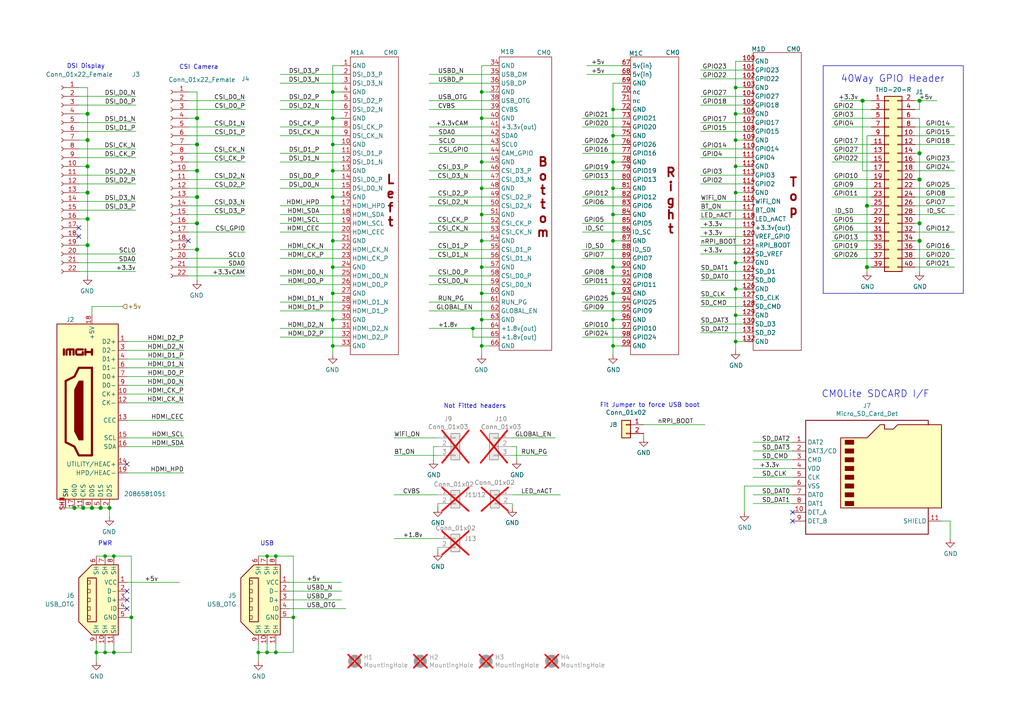
<source format=kicad_sch>
(kicad_sch (version 20250114) (generator "eeschema") (generator_version "9.0")
  (paper "A4")
  (title_block (title "Compute Module 0 IO Board") (rev "1") (company "© 2025 Raspberry Pi Ltd") (comment 1 "www.raspberrypi.com"))
  (lib_symbols
    (symbol "CM0IO:CM0"
      (property "Reference" "M" (at -7.112 43.18 0))
      (property "Value" "CM0" (at 3.302 42.926 0))
      (symbol "CM0_1_0"
        (pin power_in line (at -11.43 -41.91 0) (length 2.54) (name "GND") (number "33"))
      )
      (symbol "CM0_1_1"
        (text "L\ne\nf\nt" (at 2.794 0.254 0) (effects (font (size 2.54 2.54) (thickness 0.508) (bold yes))))
        (pin power_in line (at -11.43 39.37 0) (length 2.54) (name "GND") (number "1"))
        (pin output line (at -11.43 36.83 0) (length 2.54) (name "DSI_D3_P") (number "2"))
        (pin output line (at -11.43 34.29 0) (length 2.54) (name "DSI_D3_N") (number "3"))
        (pin power_in line (at -11.43 31.75 0) (length 2.54) (name "GND") (number "4"))
        (pin output line (at -11.43 29.21 0) (length 2.54) (name "DSI_D2_P") (number "5"))
        (pin output line (at -11.43 26.67 0) (length 2.54) (name "DSI_D2_N") (number "6"))
        (pin power_in line (at -11.43 24.13 0) (length 2.54) (name "GND") (number "7"))
        (pin output line (at -11.43 21.59 0) (length 2.54) (name "DSI_CK_P") (number "8"))
        (pin output line (at -11.43 19.05 0) (length 2.54) (name "DSI_CK_N") (number "9"))
        (pin power_in line (at -11.43 16.51 0) (length 2.54) (name "GND") (number "10"))
        (pin output line (at -11.43 13.97 0) (length 2.54) (name "DSI_D1_P") (number "11"))
        (pin output line (at -11.43 11.43 0) (length 2.54) (name "DSI_D1_N") (number "12"))
        (pin power_in line (at -11.43 8.89 0) (length 2.54) (name "GND") (number "13"))
        (pin output line (at -11.43 6.35 0) (length 2.54) (name "DSI_D0_P") (number "14"))
        (pin output line (at -11.43 3.81 0) (length 2.54) (name "DSI_D0_N") (number "15"))
        (pin power_in line (at -11.43 1.27 0) (length 2.54) (name "GND") (number "16"))
        (pin input line (at -11.43 -1.27 0) (length 2.54) (name "HDMI_HPD") (number "17"))
        (pin bidirectional line (at -11.43 -3.81 0) (length 2.54) (name "HDMI_SDA") (number "18"))
        (pin bidirectional line (at -11.43 -6.35 0) (length 2.54) (name "HDMI_SCL") (number "19"))
        (pin output line (at -11.43 -8.89 0) (length 2.54) (name "HDMI_CEC") (number "20"))
        (pin power_in line (at -11.43 -11.43 0) (length 2.54) (name "GND") (number "21"))
        (pin output line (at -11.43 -13.97 0) (length 2.54) (name "HDMI_CK_N") (number "22"))
        (pin output line (at -11.43 -16.51 0) (length 2.54) (name "HDMI_CK_P") (number "23"))
        (pin power_in line (at -11.43 -19.05 0) (length 2.54) (name "GND") (number "24"))
        (pin output line (at -11.43 -21.59 0) (length 2.54) (name "HDMI_D0_N") (number "25"))
        (pin output line (at -11.43 -24.13 0) (length 2.54) (name "HDMI_D0_P") (number "26"))
        (pin power_in line (at -11.43 -26.67 0) (length 2.54) (name "GND") (number "27"))
        (pin output line (at -11.43 -29.21 0) (length 2.54) (name "HDMI_D1_N") (number "28"))
        (pin output line (at -11.43 -31.75 0) (length 2.54) (name "HDMI_D1_P") (number "29"))
        (pin power_in line (at -11.43 -34.29 0) (length 2.54) (name "GND") (number "30"))
        (pin output line (at -11.43 -36.83 0) (length 2.54) (name "HDMI_D2_N") (number "31"))
        (pin output line (at -11.43 -39.37 0) (length 2.54) (name "HDMI_D2_P") (number "32"))
      )
      (symbol "CM0_2_0"
        (pin power_in line (at -8.89 38.1 0) (length 2.54) (name "GND") (number "34"))
        (pin bidirectional line (at -8.89 35.56 0) (length 2.54) (name "USB_DM") (number "35"))
        (pin bidirectional line (at -8.89 33.02 0) (length 2.54) (name "USB_DP") (number "36"))
        (pin power_in line (at -8.89 30.48 0) (length 2.54) (name "GND") (number "37"))
        (pin input line (at -8.89 27.94 0) (length 2.54) (name "USB_OTG") (number "38"))
        (pin output line (at -8.89 25.4 0) (length 2.54) (name "CVBS") (number "39"))
        (pin power_in line (at -8.89 22.86 0) (length 2.54) (name "GND") (number "40"))
        (pin power_out line (at -8.89 20.32 0) (length 2.54) (name "+3.3v(out)") (number "41"))
        (pin bidirectional line (at -8.89 17.78 0) (length 2.54) (name "SDA0") (number "42"))
        (pin bidirectional line (at -8.89 15.24 0) (length 2.54) (name "SCL0") (number "43"))
        (pin bidirectional line (at -8.89 12.7 0) (length 2.54) (name "CAM_GPIO") (number "44"))
        (pin power_in line (at -8.89 10.16 0) (length 2.54) (name "GND") (number "45"))
        (pin output line (at -8.89 7.62 0) (length 2.54) (name "CSI_D3_P") (number "46"))
        (pin output line (at -8.89 5.08 0) (length 2.54) (name "CSI_D3_N") (number "47"))
        (pin power_in line (at -8.89 2.54 0) (length 2.54) (name "GND") (number "48"))
        (pin output line (at -8.89 0 0) (length 2.54) (name "CSI_D2_P") (number "49"))
        (pin output line (at -8.89 -2.54 0) (length 2.54) (name "CSI_D2_N") (number "50"))
        (pin power_in line (at -8.89 -5.08 0) (length 2.54) (name "GND") (number "51"))
        (pin output line (at -8.89 -7.62 0) (length 2.54) (name "CSI_CK_P") (number "52"))
        (pin output line (at -8.89 -10.16 0) (length 2.54) (name "CSI_CK_N") (number "53"))
        (pin power_in line (at -8.89 -12.7 0) (length 2.54) (name "GND") (number "54"))
        (pin output line (at -8.89 -15.24 0) (length 2.54) (name "CSI_D1_P") (number "55"))
        (pin output line (at -8.89 -17.78 0) (length 2.54) (name "CSI_D1_N") (number "56"))
        (pin power_in line (at -8.89 -20.32 0) (length 2.54) (name "GND") (number "57"))
        (pin output line (at -8.89 -22.86 0) (length 2.54) (name "CSI_D0_P") (number "58"))
        (pin output line (at -8.89 -25.4 0) (length 2.54) (name "CSI_D0_N") (number "59"))
        (pin power_in line (at -8.89 -27.94 0) (length 2.54) (name "GND") (number "60"))
        (pin bidirectional line (at -8.89 -30.48 0) (length 2.54) (name "RUN_PG") (number "61"))
        (pin passive line (at -8.89 -33.02 0) (length 2.54) (name "GLOBAL_EN") (number "62"))
        (pin power_in line (at -8.89 -35.56 0) (length 2.54) (name "GND") (number "63"))
        (pin power_out line (at -8.89 -38.1 0) (length 2.54) (name "+1.8v(out)") (number "64"))
        (pin power_out line (at -8.89 -40.64 0) (length 2.54) (name "+1.8v(out)") (number "65"))
        (pin power_in line (at -8.89 -43.18 0) (length 2.54) (name "GND") (number "66"))
      )
      (symbol "CM0_2_1"
        (text "B\no\nt\nt\no\nm" (at 6.35 0 0) (effects (font (size 2.54 2.54) (thickness 0.508) (bold yes))))
      )
      (symbol "CM0_3_0"
        (pin power_in line (at -11.43 -41.91 0) (length 2.54) (name "GND") (number "99"))
      )
      (symbol "CM0_3_1"
        (text "R\ni\ng\nh\nt\n" (at 2.794 0.254 0) (effects (font (size 2.54 2.54) (thickness 0.508) (bold yes))))
        (pin power_in line (at -11.43 39.37 0) (length 2.54) (name "5v(in)") (number "67"))
        (pin power_in line (at -11.43 36.83 0) (length 2.54) (name "5v(in)") (number "68"))
        (pin power_in line (at -11.43 34.29 0) (length 2.54) (name "GND") (number "69"))
        (pin power_out line (at -11.43 31.75 0) (length 2.54) (name "nc") (number "70"))
        (pin power_out line (at -11.43 29.21 0) (length 2.54) (name "nc") (number "71"))
        (pin power_in line (at -11.43 26.67 0) (length 2.54) (name "GND") (number "72"))
        (pin bidirectional line (at -11.43 24.13 0) (length 2.54) (name "GPIO21") (number "73"))
        (pin bidirectional line (at -11.43 21.59 0) (length 2.54) (name "GPIO20") (number "74"))
        (pin power_in line (at -11.43 19.05 0) (length 2.54) (name "GND") (number "75"))
        (pin bidirectional line (at -11.43 16.51 0) (length 2.54) (name "GPIO26") (number "76"))
        (pin bidirectional line (at -11.43 13.97 0) (length 2.54) (name "GPIO16") (number "77"))
        (pin power_in line (at -11.43 11.43 0) (length 2.54) (name "GND") (number "78"))
        (pin bidirectional line (at -11.43 8.89 0) (length 2.54) (name "GPIO19") (number "79"))
        (pin bidirectional line (at -11.43 6.35 0) (length 2.54) (name "GPIO13") (number "80"))
        (pin power_in line (at -11.43 3.81 0) (length 2.54) (name "GND") (number "81"))
        (pin bidirectional line (at -11.43 1.27 0) (length 2.54) (name "GPIO12") (number "82"))
        (pin bidirectional line (at -11.43 -1.27 0) (length 2.54) (name "GPIO6") (number "83"))
        (pin power_in line (at -11.43 -3.81 0) (length 2.54) (name "GND") (number "84"))
        (pin bidirectional line (at -11.43 -6.35 0) (length 2.54) (name "GPIO5") (number "85"))
        (pin bidirectional line (at -11.43 -8.89 0) (length 2.54) (name "ID_SC") (number "86"))
        (pin power_in line (at -11.43 -11.43 0) (length 2.54) (name "GND") (number "87"))
        (pin bidirectional line (at -11.43 -13.97 0) (length 2.54) (name "ID_SD") (number "88"))
        (pin bidirectional line (at -11.43 -16.51 0) (length 2.54) (name "GPIO7") (number "89"))
        (pin power_in line (at -11.43 -19.05 0) (length 2.54) (name "GND") (number "90"))
        (pin bidirectional line (at -11.43 -21.59 0) (length 2.54) (name "GPIO8") (number "91"))
        (pin bidirectional line (at -11.43 -24.13 0) (length 2.54) (name "GPIO11") (number "92"))
        (pin power_in line (at -11.43 -26.67 0) (length 2.54) (name "GND") (number "93"))
        (pin bidirectional line (at -11.43 -29.21 0) (length 2.54) (name "GPIO25") (number "94"))
        (pin bidirectional line (at -11.43 -31.75 0) (length 2.54) (name "GPIO9") (number "95"))
        (pin power_in line (at -11.43 -34.29 0) (length 2.54) (name "GND") (number "96"))
        (pin bidirectional line (at -11.43 -36.83 0) (length 2.54) (name "GPIO10") (number "97"))
        (pin bidirectional line (at -11.43 -39.37 0) (length 2.54) (name "GPIO24") (number "98"))
      )
      (symbol "CM0_4_0"
        (pin power_in line (at -11.43 -41.91 0) (length 2.54) (name "GND") (number "132"))
      )
      (symbol "CM0_4_1"
        (text "T\no\np\n" (at 2.794 0.254 0) (effects (font (size 2.54 2.54) (thickness 0.508) (bold yes))))
        (pin power_in line (at -11.43 39.37 0) (length 2.54) (name "GND") (number "100"))
        (pin bidirectional line (at -11.43 36.83 0) (length 2.54) (name "GPIO23") (number "101"))
        (pin bidirectional line (at -11.43 34.29 0) (length 2.54) (name "GPIO22") (number "102"))
        (pin power_in line (at -11.43 31.75 0) (length 2.54) (name "GND") (number "103"))
        (pin bidirectional line (at -11.43 29.21 0) (length 2.54) (name "GPIO27") (number "104"))
        (pin bidirectional line (at -11.43 26.67 0) (length 2.54) (name "GPIO18") (number "105"))
        (pin power_in line (at -11.43 24.13 0) (length 2.54) (name "GND") (number "106"))
        (pin bidirectional line (at -11.43 21.59 0) (length 2.54) (name "GPIO17") (number "107"))
        (pin bidirectional line (at -11.43 19.05 0) (length 2.54) (name "GPIO15") (number "108"))
        (pin power_in line (at -11.43 16.51 0) (length 2.54) (name "GND") (number "109"))
        (pin bidirectional line (at -11.43 13.97 0) (length 2.54) (name "GPIO14") (number "110"))
        (pin bidirectional line (at -11.43 11.43 0) (length 2.54) (name "GPIO4") (number "111"))
        (pin power_in line (at -11.43 8.89 0) (length 2.54) (name "GND") (number "112"))
        (pin bidirectional line (at -11.43 6.35 0) (length 2.54) (name "GPIO3") (number "113"))
        (pin bidirectional line (at -11.43 3.81 0) (length 2.54) (name "GPIO2") (number "114"))
        (pin power_in line (at -11.43 1.27 0) (length 2.54) (name "GND") (number "115"))
        (pin bidirectional line (at -11.43 -1.27 0) (length 2.54) (name "WiFi_ON") (number "116"))
        (pin bidirectional line (at -11.43 -3.81 0) (length 2.54) (name "BT_ON") (number "117"))
        (pin output line (at -11.43 -6.35 0) (length 2.54) (name "LED_nACT") (number "118"))
        (pin power_out line (at -11.43 -8.89 0) (length 2.54) (name "+3.3v(out)") (number "119"))
        (pin power_in line (at -11.43 -11.43 0) (length 2.54) (name "VREF_GPIO") (number "120"))
        (pin input line (at -11.43 -13.97 0) (length 2.54) (name "nRPI_BOOT") (number "121"))
        (pin power_in line (at -11.43 -16.51 0) (length 2.54) (name "SD_VREF") (number "122"))
        (pin power_in line (at -11.43 -19.05 0) (length 2.54) (name "GND") (number "123"))
        (pin bidirectional line (at -11.43 -21.59 0) (length 2.54) (name "SD_D1") (number "124"))
        (pin bidirectional line (at -11.43 -24.13 0) (length 2.54) (name "SD_D0") (number "125"))
        (pin power_in line (at -11.43 -26.67 0) (length 2.54) (name "GND") (number "126"))
        (pin bidirectional line (at -11.43 -29.21 0) (length 2.54) (name "SD_CLK") (number "127"))
        (pin bidirectional line (at -11.43 -31.75 0) (length 2.54) (name "SD_CMD") (number "128"))
        (pin power_in line (at -11.43 -34.29 0) (length 2.54) (name "GND") (number "129"))
        (pin bidirectional line (at -11.43 -36.83 0) (length 2.54) (name "SD_D3") (number "130"))
        (pin bidirectional line (at -11.43 -39.37 0) (length 2.54) (name "SD_D2") (number "131"))
      )
    )
    (symbol "CM0IO:EDAC_690-005-298-486" (pin_names (offset 0.254))
      (property "Reference" "J" (at 12.954 9.144 0))
      (property "Value" "<value>" (at -1.778 -6.35 90))
      (symbol "EDAC_690-005-298-486_1_1"
        (pin passive line (at 5.08 12.7 270) (length 2.54) (name "SH") (number "6"))
        (pin passive line (at 5.08 -12.7 90) (length 2.54) (name "SH") (number "9"))
        (pin passive line (at 7.62 12.7 270) (length 2.54) (name "SH") (number "7"))
        (pin passive line (at 7.62 -12.7 90) (length 2.54) (name "SH") (number "10"))
        (pin passive line (at 10.16 12.7 270) (length 2.54) (name "SH") (number "8"))
        (pin passive line (at 10.16 -12.7 90) (length 2.54) (name "SH") (number "11"))
        (pin power_out line (at 13.97 5.08 180) (length 2.54) (name "VCC") (number "1"))
        (pin bidirectional line (at 13.97 2.54 180) (length 2.54) (name "D-") (number "2"))
        (pin bidirectional line (at 13.97 0 180) (length 2.54) (name "D+") (number "3"))
        (pin passive line (at 13.97 -2.54 180) (length 2.54) (name "ID") (number "4"))
        (pin power_out line (at 13.97 -5.08 180) (length 2.54) (name "GND") (number "5"))
      )
    )
    (symbol "CM0IO:HDMI_A_1.4"
      (property "Reference" "J" (at -6.35 26.67 0))
      (property "Value" "HDMI_A_1.4" (at 10.16 26.67 0))
      (symbol "HDMI_A_1.4_0_0"
        (pin passive line (at 7.62 -27.94 90) (length 2.54) (name "SH") (number "SH2"))
        (pin passive line (at 7.62 -27.94 90) (length 2.54) (name "SH") (number "SH3"))
        (pin passive line (at 7.62 -27.94 90) (length 2.54) (name "SH") (number "SH4"))
      )
      (symbol "HDMI_A_1.4_1_1"
        (pin passive line (at -10.16 20.32 0) (length 2.54) (name "D2+") (number "1"))
        (pin passive line (at -10.16 17.78 0) (length 2.54) (name "D2-") (number "3"))
        (pin passive line (at -10.16 15.24 0) (length 2.54) (name "D1+") (number "4"))
        (pin passive line (at -10.16 12.7 0) (length 2.54) (name "D1-") (number "6"))
        (pin passive line (at -10.16 10.16 0) (length 2.54) (name "D0+") (number "7"))
        (pin passive line (at -10.16 7.62 0) (length 2.54) (name "D0-") (number "9"))
        (pin passive line (at -10.16 5.08 0) (length 2.54) (name "CK+") (number "10"))
        (pin passive line (at -10.16 2.54 0) (length 2.54) (name "CK-") (number "12"))
        (pin bidirectional line (at -10.16 -2.54 0) (length 2.54) (name "CEC") (number "13"))
        (pin passive line (at -10.16 -7.62 0) (length 2.54) (name "SCL") (number "15"))
        (pin bidirectional line (at -10.16 -10.16 0) (length 2.54) (name "SDA") (number "16"))
        (pin passive line (at -10.16 -15.24 0) (length 2.54) (name "UTILITY/HEAC+") (number "14"))
        (pin passive line (at -10.16 -17.78 0) (length 2.54) (name "HPD/HEAC-") (number "19"))
        (pin power_in line (at -5.08 -27.94 90) (length 2.54) (name "D2S") (number "2"))
        (pin power_in line (at -2.54 -27.94 90) (length 2.54) (name "D1S") (number "5"))
        (pin power_in line (at 0 27.94 270) (length 2.54) (name "+5V") (number "18"))
        (pin power_in line (at 0 -27.94 90) (length 2.54) (name "D0S") (number "8"))
        (pin power_in line (at 2.54 -27.94 90) (length 2.54) (name "CKS") (number "11"))
        (pin power_in line (at 5.08 -27.94 90) (length 2.54) (name "GND") (number "17"))
        (pin passive line (at 7.62 -27.94 90) (length 2.54) (name "SH") (number "SH1"))
      )
    )
    (symbol "CM0_1"
      (property "Reference" "M" (at -7.112 43.18 0))
      (property "Value" "CM0" (at 3.302 42.926 0))
      (symbol "CM0_1_1_0"
        (pin power_in line (at -11.43 -41.91 0) (length 2.54) (name "GND") (number "33"))
      )
      (symbol "CM0_1_1_1"
        (text "L\ne\nf\nt" (at 2.794 0.254 0) (effects (font (size 2.54 2.54) (thickness 0.508) (bold yes))))
        (pin power_in line (at -11.43 39.37 0) (length 2.54) (name "GND") (number "1"))
        (pin output line (at -11.43 36.83 0) (length 2.54) (name "DSI_D3_P") (number "2"))
        (pin output line (at -11.43 34.29 0) (length 2.54) (name "DSI_D3_N") (number "3"))
        (pin power_in line (at -11.43 31.75 0) (length 2.54) (name "GND") (number "4"))
        (pin output line (at -11.43 29.21 0) (length 2.54) (name "DSI_D2_P") (number "5"))
        (pin output line (at -11.43 26.67 0) (length 2.54) (name "DSI_D2_N") (number "6"))
        (pin power_in line (at -11.43 24.13 0) (length 2.54) (name "GND") (number "7"))
        (pin output line (at -11.43 21.59 0) (length 2.54) (name "DSI_C_P") (number "8"))
        (pin output line (at -11.43 19.05 0) (length 2.54) (name "DSI_C_N") (number "9"))
        (pin power_in line (at -11.43 16.51 0) (length 2.54) (name "GND") (number "10"))
        (pin output line (at -11.43 13.97 0) (length 2.54) (name "DSI_D1_P") (number "11"))
        (pin output line (at -11.43 11.43 0) (length 2.54) (name "DSI_D1_N") (number "12"))
        (pin power_in line (at -11.43 8.89 0) (length 2.54) (name "GND") (number "13"))
        (pin output line (at -11.43 6.35 0) (length 2.54) (name "DSI_D0_P") (number "14"))
        (pin output line (at -11.43 3.81 0) (length 2.54) (name "DSI_D0_N") (number "15"))
        (pin power_in line (at -11.43 1.27 0) (length 2.54) (name "GND") (number "16"))
        (pin input line (at -11.43 -1.27 0) (length 2.54) (name "HDMI_HPD") (number "17"))
        (pin bidirectional line (at -11.43 -3.81 0) (length 2.54) (name "HDMI_SDA") (number "18"))
        (pin bidirectional line (at -11.43 -6.35 0) (length 2.54) (name "HDMI_SCL") (number "19"))
        (pin output line (at -11.43 -8.89 0) (length 2.54) (name "HDMI_CEC") (number "20"))
        (pin power_in line (at -11.43 -11.43 0) (length 2.54) (name "GND") (number "21"))
        (pin output line (at -11.43 -13.97 0) (length 2.54) (name "HDMI_CK_N") (number "22"))
        (pin output line (at -11.43 -16.51 0) (length 2.54) (name "HDMI_CK_P") (number "23"))
        (pin power_in line (at -11.43 -19.05 0) (length 2.54) (name "GND") (number "24"))
        (pin output line (at -11.43 -21.59 0) (length 2.54) (name "HDMI_D0_N") (number "25"))
        (pin output line (at -11.43 -24.13 0) (length 2.54) (name "HDMI_D0_P") (number "26"))
        (pin power_in line (at -11.43 -26.67 0) (length 2.54) (name "GND") (number "27"))
        (pin output line (at -11.43 -29.21 0) (length 2.54) (name "HDMI_D1_N") (number "28"))
        (pin output line (at -11.43 -31.75 0) (length 2.54) (name "HDMI_D1_P") (number "29"))
        (pin power_in line (at -11.43 -34.29 0) (length 2.54) (name "GND") (number "30"))
        (pin output line (at -11.43 -36.83 0) (length 2.54) (name "HDMI_D2_N") (number "31"))
        (pin output line (at -11.43 -39.37 0) (length 2.54) (name "HDMI_D2_P") (number "32"))
      )
      (symbol "CM0_1_2_0"
        (pin power_in line (at -8.89 38.1 0) (length 2.54) (name "GND") (number "34"))
        (pin bidirectional line (at -8.89 35.56 0) (length 2.54) (name "USB_DM") (number "35"))
        (pin bidirectional line (at -8.89 33.02 0) (length 2.54) (name "USB_DP") (number "36"))
        (pin power_in line (at -8.89 30.48 0) (length 2.54) (name "GND") (number "37"))
        (pin input line (at -8.89 27.94 0) (length 2.54) (name "USB_OTG") (number "38"))
        (pin input line (at -8.89 25.4 0) (length 2.54) (name "TVOUT") (number "39"))
        (pin power_in line (at -8.89 22.86 0) (length 2.54) (name "GND") (number "40"))
        (pin power_out line (at -8.89 20.32 0) (length 2.54) (name "+3.3v(out)") (number "41"))
        (pin bidirectional line (at -8.89 17.78 0) (length 2.54) (name "SDA0") (number "42"))
        (pin bidirectional line (at -8.89 15.24 0) (length 2.54) (name "SCL0") (number "43"))
        (pin bidirectional line (at -8.89 12.7 0) (length 2.54) (name "CAM_GPIO") (number "44"))
        (pin power_in line (at -8.89 10.16 0) (length 2.54) (name "GND") (number "45"))
        (pin output line (at -8.89 7.62 0) (length 2.54) (name "CAM_D3_P") (number "46"))
        (pin output line (at -8.89 5.08 0) (length 2.54) (name "CAM_D3_N") (number "47"))
        (pin power_in line (at -8.89 2.54 0) (length 2.54) (name "GND") (number "48"))
        (pin output line (at -8.89 0 0) (length 2.54) (name "CAM_D2_P") (number "49"))
        (pin output line (at -8.89 -2.54 0) (length 2.54) (name "CAM_D2_N") (number "50"))
        (pin power_in line (at -8.89 -5.08 0) (length 2.54) (name "GND") (number "51"))
        (pin output line (at -8.89 -7.62 0) (length 2.54) (name "CAM_C_P") (number "52"))
        (pin output line (at -8.89 -10.16 0) (length 2.54) (name "CAM_C_N") (number "53"))
        (pin power_in line (at -8.89 -12.7 0) (length 2.54) (name "GND") (number "54"))
        (pin output line (at -8.89 -15.24 0) (length 2.54) (name "CAM_D1_P") (number "55"))
        (pin output line (at -8.89 -17.78 0) (length 2.54) (name "CAM_D1_N") (number "56"))
        (pin power_in line (at -8.89 -20.32 0) (length 2.54) (name "GND") (number "57"))
        (pin output line (at -8.89 -22.86 0) (length 2.54) (name "CAM_D0_P") (number "58"))
        (pin output line (at -8.89 -25.4 0) (length 2.54) (name "CAM_D0_N") (number "59"))
        (pin power_in line (at -8.89 -27.94 0) (length 2.54) (name "GND") (number "60"))
        (pin bidirectional line (at -8.89 -30.48 0) (length 2.54) (name "RUN") (number "61"))
        (pin passive line (at -8.89 -33.02 0) (length 2.54) (name "GLOBAL_EN") (number "62"))
        (pin power_in line (at -8.89 -35.56 0) (length 2.54) (name "GND") (number "63"))
        (pin power_out line (at -8.89 -38.1 0) (length 2.54) (name "+1.8v(out)") (number "64"))
        (pin power_out line (at -8.89 -40.64 0) (length 2.54) (name "+1.8v(out)") (number "65"))
        (pin power_in line (at -8.89 -43.18 0) (length 2.54) (name "GND") (number "66"))
      )
      (symbol "CM0_1_2_1"
        (text "B\no\nt\nt\no\nm" (at 6.35 0 0) (effects (font (size 2.54 2.54) (thickness 0.508) (bold yes))))
      )
      (symbol "CM0_1_3_0"
        (pin power_in line (at -11.43 -41.91 0) (length 2.54) (name "GND") (number "99"))
      )
      (symbol "CM0_1_3_1"
        (text "R\ni\ng\nh\nt\n" (at 2.794 0.254 0) (effects (font (size 2.54 2.54) (thickness 0.508) (bold yes))))
        (pin power_in line (at -11.43 39.37 0) (length 2.54) (name "5v(in)") (number "67"))
        (pin power_in line (at -11.43 36.83 0) (length 2.54) (name "5v(in)") (number "68"))
        (pin power_in line (at -11.43 34.29 0) (length 2.54) (name "GND") (number "69"))
        (pin power_out line (at -11.43 31.75 0) (length 2.54) (name "nc") (number "70"))
        (pin power_out line (at -11.43 29.21 0) (length 2.54) (name "nc") (number "71"))
        (pin power_in line (at -11.43 26.67 0) (length 2.54) (name "GND") (number "72"))
        (pin bidirectional line (at -11.43 24.13 0) (length 2.54) (name "GPIO21") (number "73"))
        (pin bidirectional line (at -11.43 21.59 0) (length 2.54) (name "GPIO20") (number "74"))
        (pin power_in line (at -11.43 19.05 0) (length 2.54) (name "GND") (number "75"))
        (pin bidirectional line (at -11.43 16.51 0) (length 2.54) (name "GPIO26") (number "76"))
        (pin bidirectional line (at -11.43 13.97 0) (length 2.54) (name "GPIO16") (number "77"))
        (pin power_in line (at -11.43 11.43 0) (length 2.54) (name "GND") (number "78"))
        (pin bidirectional line (at -11.43 8.89 0) (length 2.54) (name "GPIO19") (number "79"))
        (pin bidirectional line (at -11.43 6.35 0) (length 2.54) (name "GPIO13") (number "80"))
        (pin power_in line (at -11.43 3.81 0) (length 2.54) (name "GND") (number "81"))
        (pin bidirectional line (at -11.43 1.27 0) (length 2.54) (name "GPIO12") (number "82"))
        (pin bidirectional line (at -11.43 -1.27 0) (length 2.54) (name "GPIO6") (number "83"))
        (pin power_in line (at -11.43 -3.81 0) (length 2.54) (name "GND") (number "84"))
        (pin bidirectional line (at -11.43 -6.35 0) (length 2.54) (name "GPIO5") (number "85"))
        (pin bidirectional line (at -11.43 -8.89 0) (length 2.54) (name "ID_SC") (number "86"))
        (pin power_in line (at -11.43 -11.43 0) (length 2.54) (name "GND") (number "87"))
        (pin bidirectional line (at -11.43 -13.97 0) (length 2.54) (name "ID_SD") (number "88"))
        (pin bidirectional line (at -11.43 -16.51 0) (length 2.54) (name "GPIO7") (number "89"))
        (pin power_in line (at -11.43 -19.05 0) (length 2.54) (name "GND") (number "90"))
        (pin bidirectional line (at -11.43 -21.59 0) (length 2.54) (name "GPIO8") (number "91"))
        (pin bidirectional line (at -11.43 -24.13 0) (length 2.54) (name "GPIO11") (number "92"))
        (pin power_in line (at -11.43 -26.67 0) (length 2.54) (name "GND") (number "93"))
        (pin bidirectional line (at -11.43 -29.21 0) (length 2.54) (name "GPIO25") (number "94"))
        (pin bidirectional line (at -11.43 -31.75 0) (length 2.54) (name "GPIO9") (number "95"))
        (pin power_in line (at -11.43 -34.29 0) (length 2.54) (name "GND") (number "96"))
        (pin bidirectional line (at -11.43 -36.83 0) (length 2.54) (name "GPIO10") (number "97"))
        (pin bidirectional line (at -11.43 -39.37 0) (length 2.54) (name "GPIO24") (number "98"))
      )
      (symbol "CM0_1_4_0"
        (pin power_in line (at -11.43 -41.91 0) (length 2.54) (name "GND") (number "132"))
      )
      (symbol "CM0_1_4_1"
        (text "T\no\np\n" (at 2.794 0.254 0) (effects (font (size 2.54 2.54) (thickness 0.508) (bold yes))))
        (pin power_in line (at -11.43 39.37 0) (length 2.54) (name "GND") (number "100"))
        (pin bidirectional line (at -11.43 36.83 0) (length 2.54) (name "GPIO23") (number "101"))
        (pin bidirectional line (at -11.43 34.29 0) (length 2.54) (name "GPIO22") (number "102"))
        (pin power_in line (at -11.43 31.75 0) (length 2.54) (name "GND") (number "103"))
        (pin bidirectional line (at -11.43 29.21 0) (length 2.54) (name "GPIO27") (number "104"))
        (pin bidirectional line (at -11.43 26.67 0) (length 2.54) (name "GPIO18") (number "105"))
        (pin power_in line (at -11.43 24.13 0) (length 2.54) (name "GND") (number "106"))
        (pin bidirectional line (at -11.43 21.59 0) (length 2.54) (name "GPIO17") (number "107"))
        (pin bidirectional line (at -11.43 19.05 0) (length 2.54) (name "GPIO15") (number "108"))
        (pin power_in line (at -11.43 16.51 0) (length 2.54) (name "GND") (number "109"))
        (pin bidirectional line (at -11.43 13.97 0) (length 2.54) (name "GPIO14") (number "110"))
        (pin bidirectional line (at -11.43 11.43 0) (length 2.54) (name "GPIO4") (number "111"))
        (pin power_in line (at -11.43 8.89 0) (length 2.54) (name "GND") (number "112"))
        (pin bidirectional line (at -11.43 6.35 0) (length 2.54) (name "GPIO3") (number "113"))
        (pin bidirectional line (at -11.43 3.81 0) (length 2.54) (name "GPIO2") (number "114"))
        (pin power_in line (at -11.43 1.27 0) (length 2.54) (name "GND") (number "115"))
        (pin bidirectional line (at -11.43 -1.27 0) (length 2.54) (name "Wifi_ON") (number "116"))
        (pin bidirectional line (at -11.43 -3.81 0) (length 2.54) (name "BT_ON") (number "117"))
        (pin output line (at -11.43 -6.35 0) (length 2.54) (name "Status_LED") (number "118"))
        (pin power_out line (at -11.43 -8.89 0) (length 2.54) (name "+3.3v(out)") (number "119"))
        (pin power_in line (at -11.43 -11.43 0) (length 2.54) (name "VREF_GPIO") (number "120"))
        (pin input line (at -11.43 -13.97 0) (length 2.54) (name "nRPIBOOT") (number "121"))
        (pin power_in line (at -11.43 -16.51 0) (length 2.54) (name "SD_VREF") (number "122"))
        (pin power_in line (at -11.43 -19.05 0) (length 2.54) (name "GND") (number "123"))
        (pin bidirectional line (at -11.43 -21.59 0) (length 2.54) (name "SD_D1") (number "124"))
        (pin bidirectional line (at -11.43 -24.13 0) (length 2.54) (name "SD_D0") (number "125"))
        (pin power_in line (at -11.43 -26.67 0) (length 2.54) (name "GND") (number "126"))
        (pin bidirectional line (at -11.43 -29.21 0) (length 2.54) (name "SD_CLK") (number "127"))
        (pin bidirectional line (at -11.43 -31.75 0) (length 2.54) (name "SD_CMD") (number "128"))
        (pin power_in line (at -11.43 -34.29 0) (length 2.54) (name "GND") (number "129"))
        (pin bidirectional line (at -11.43 -36.83 0) (length 2.54) (name "SD_D3") (number "130"))
        (pin bidirectional line (at -11.43 -39.37 0) (length 2.54) (name "SD_D2") (number "131"))
      )
    )
    (symbol "CM0_2"
      (property "Reference" "M" (at -7.112 43.18 0))
      (property "Value" "CM0" (at 3.302 42.926 0))
      (symbol "CM0_2_1_0"
        (pin power_in line (at -11.43 -41.91 0) (length 2.54) (name "GND") (number "33"))
      )
      (symbol "CM0_2_1_1"
        (text "L\ne\nf\nt" (at 2.794 0.254 0) (effects (font (size 2.54 2.54) (thickness 0.508) (bold yes))))
        (pin power_in line (at -11.43 39.37 0) (length 2.54) (name "GND") (number "1"))
        (pin output line (at -11.43 36.83 0) (length 2.54) (name "DSI_D3_P") (number "2"))
        (pin output line (at -11.43 34.29 0) (length 2.54) (name "DSI_D3_N") (number "3"))
        (pin power_in line (at -11.43 31.75 0) (length 2.54) (name "GND") (number "4"))
        (pin output line (at -11.43 29.21 0) (length 2.54) (name "DSI_D2_P") (number "5"))
        (pin output line (at -11.43 26.67 0) (length 2.54) (name "DSI_D2_N") (number "6"))
        (pin power_in line (at -11.43 24.13 0) (length 2.54) (name "GND") (number "7"))
        (pin output line (at -11.43 21.59 0) (length 2.54) (name "DSI_CK_P") (number "8"))
        (pin output line (at -11.43 19.05 0) (length 2.54) (name "DSI_CK_N") (number "9"))
        (pin power_in line (at -11.43 16.51 0) (length 2.54) (name "GND") (number "10"))
        (pin output line (at -11.43 13.97 0) (length 2.54) (name "DSI_D1_P") (number "11"))
        (pin output line (at -11.43 11.43 0) (length 2.54) (name "DSI_D1_N") (number "12"))
        (pin power_in line (at -11.43 8.89 0) (length 2.54) (name "GND") (number "13"))
        (pin output line (at -11.43 6.35 0) (length 2.54) (name "DSI_D0_P") (number "14"))
        (pin output line (at -11.43 3.81 0) (length 2.54) (name "DSI_D0_N") (number "15"))
        (pin power_in line (at -11.43 1.27 0) (length 2.54) (name "GND") (number "16"))
        (pin input line (at -11.43 -1.27 0) (length 2.54) (name "HDMI_HPD") (number "17"))
        (pin bidirectional line (at -11.43 -3.81 0) (length 2.54) (name "HDMI_SDA") (number "18"))
        (pin bidirectional line (at -11.43 -6.35 0) (length 2.54) (name "HDMI_SCL") (number "19"))
        (pin output line (at -11.43 -8.89 0) (length 2.54) (name "HDMI_CEC") (number "20"))
        (pin power_in line (at -11.43 -11.43 0) (length 2.54) (name "GND") (number "21"))
        (pin output line (at -11.43 -13.97 0) (length 2.54) (name "HDMI_CK_N") (number "22"))
        (pin output line (at -11.43 -16.51 0) (length 2.54) (name "HDMI_CK_P") (number "23"))
        (pin power_in line (at -11.43 -19.05 0) (length 2.54) (name "GND") (number "24"))
        (pin output line (at -11.43 -21.59 0) (length 2.54) (name "HDMI_D0_N") (number "25"))
        (pin output line (at -11.43 -24.13 0) (length 2.54) (name "HDMI_D0_P") (number "26"))
        (pin power_in line (at -11.43 -26.67 0) (length 2.54) (name "GND") (number "27"))
        (pin output line (at -11.43 -29.21 0) (length 2.54) (name "HDMI_D1_N") (number "28"))
        (pin output line (at -11.43 -31.75 0) (length 2.54) (name "HDMI_D1_P") (number "29"))
        (pin power_in line (at -11.43 -34.29 0) (length 2.54) (name "GND") (number "30"))
        (pin output line (at -11.43 -36.83 0) (length 2.54) (name "HDMI_D2_N") (number "31"))
        (pin output line (at -11.43 -39.37 0) (length 2.54) (name "HDMI_D2_P") (number "32"))
      )
      (symbol "CM0_2_2_0"
        (pin power_in line (at -8.89 38.1 0) (length 2.54) (name "GND") (number "34"))
        (pin bidirectional line (at -8.89 35.56 0) (length 2.54) (name "USB_DM") (number "35"))
        (pin bidirectional line (at -8.89 33.02 0) (length 2.54) (name "USB_DP") (number "36"))
        (pin power_in line (at -8.89 30.48 0) (length 2.54) (name "GND") (number "37"))
        (pin input line (at -8.89 27.94 0) (length 2.54) (name "USB_OTG") (number "38"))
        (pin output line (at -8.89 25.4 0) (length 2.54) (name "CVBS") (number "39"))
        (pin power_in line (at -8.89 22.86 0) (length 2.54) (name "GND") (number "40"))
        (pin power_out line (at -8.89 20.32 0) (length 2.54) (name "+3.3v(out)") (number "41"))
        (pin bidirectional line (at -8.89 17.78 0) (length 2.54) (name "SDA0") (number "42"))
        (pin bidirectional line (at -8.89 15.24 0) (length 2.54) (name "SCL0") (number "43"))
        (pin bidirectional line (at -8.89 12.7 0) (length 2.54) (name "CAM_GPIO") (number "44"))
        (pin power_in line (at -8.89 10.16 0) (length 2.54) (name "GND") (number "45"))
        (pin output line (at -8.89 7.62 0) (length 2.54) (name "CSI_D3_P") (number "46"))
        (pin output line (at -8.89 5.08 0) (length 2.54) (name "CSI_D3_N") (number "47"))
        (pin power_in line (at -8.89 2.54 0) (length 2.54) (name "GND") (number "48"))
        (pin output line (at -8.89 0 0) (length 2.54) (name "CSI_D2_P") (number "49"))
        (pin output line (at -8.89 -2.54 0) (length 2.54) (name "CSI_D2_N") (number "50"))
        (pin power_in line (at -8.89 -5.08 0) (length 2.54) (name "GND") (number "51"))
        (pin output line (at -8.89 -7.62 0) (length 2.54) (name "CSI_CK_P") (number "52"))
        (pin output line (at -8.89 -10.16 0) (length 2.54) (name "CSI_CK_N") (number "53"))
        (pin power_in line (at -8.89 -12.7 0) (length 2.54) (name "GND") (number "54"))
        (pin output line (at -8.89 -15.24 0) (length 2.54) (name "CSI_D1_P") (number "55"))
        (pin output line (at -8.89 -17.78 0) (length 2.54) (name "CSI_D1_N") (number "56"))
        (pin power_in line (at -8.89 -20.32 0) (length 2.54) (name "GND") (number "57"))
        (pin output line (at -8.89 -22.86 0) (length 2.54) (name "CSI_D0_P") (number "58"))
        (pin output line (at -8.89 -25.4 0) (length 2.54) (name "CSI_D0_N") (number "59"))
        (pin power_in line (at -8.89 -27.94 0) (length 2.54) (name "GND") (number "60"))
        (pin bidirectional line (at -8.89 -30.48 0) (length 2.54) (name "RUN_PG") (number "61"))
        (pin passive line (at -8.89 -33.02 0) (length 2.54) (name "GLOBAL_EN") (number "62"))
        (pin power_in line (at -8.89 -35.56 0) (length 2.54) (name "GND") (number "63"))
        (pin power_out line (at -8.89 -38.1 0) (length 2.54) (name "+1.8v(out)") (number "64"))
        (pin power_out line (at -8.89 -40.64 0) (length 2.54) (name "+1.8v(out)") (number "65"))
        (pin power_in line (at -8.89 -43.18 0) (length 2.54) (name "GND") (number "66"))
      )
      (symbol "CM0_2_2_1"
        (text "B\no\nt\nt\no\nm" (at 6.35 0 0) (effects (font (size 2.54 2.54) (thickness 0.508) (bold yes))))
      )
      (symbol "CM0_2_3_0"
        (pin power_in line (at -11.43 -41.91 0) (length 2.54) (name "GND") (number "99"))
      )
      (symbol "CM0_2_3_1"
        (text "R\ni\ng\nh\nt\n" (at 2.794 0.254 0) (effects (font (size 2.54 2.54) (thickness 0.508) (bold yes))))
        (pin power_in line (at -11.43 39.37 0) (length 2.54) (name "5v(in)") (number "67"))
        (pin power_in line (at -11.43 36.83 0) (length 2.54) (name "5v(in)") (number "68"))
        (pin power_in line (at -11.43 34.29 0) (length 2.54) (name "GND") (number "69"))
        (pin power_out line (at -11.43 31.75 0) (length 2.54) (name "nc") (number "70"))
        (pin power_out line (at -11.43 29.21 0) (length 2.54) (name "nc") (number "71"))
        (pin power_in line (at -11.43 26.67 0) (length 2.54) (name "GND") (number "72"))
        (pin bidirectional line (at -11.43 24.13 0) (length 2.54) (name "GPIO21") (number "73"))
        (pin bidirectional line (at -11.43 21.59 0) (length 2.54) (name "GPIO20") (number "74"))
        (pin power_in line (at -11.43 19.05 0) (length 2.54) (name "GND") (number "75"))
        (pin bidirectional line (at -11.43 16.51 0) (length 2.54) (name "GPIO26") (number "76"))
        (pin bidirectional line (at -11.43 13.97 0) (length 2.54) (name "GPIO16") (number "77"))
        (pin power_in line (at -11.43 11.43 0) (length 2.54) (name "GND") (number "78"))
        (pin bidirectional line (at -11.43 8.89 0) (length 2.54) (name "GPIO19") (number "79"))
        (pin bidirectional line (at -11.43 6.35 0) (length 2.54) (name "GPIO13") (number "80"))
        (pin power_in line (at -11.43 3.81 0) (length 2.54) (name "GND") (number "81"))
        (pin bidirectional line (at -11.43 1.27 0) (length 2.54) (name "GPIO12") (number "82"))
        (pin bidirectional line (at -11.43 -1.27 0) (length 2.54) (name "GPIO6") (number "83"))
        (pin power_in line (at -11.43 -3.81 0) (length 2.54) (name "GND") (number "84"))
        (pin bidirectional line (at -11.43 -6.35 0) (length 2.54) (name "GPIO5") (number "85"))
        (pin bidirectional line (at -11.43 -8.89 0) (length 2.54) (name "ID_SC") (number "86"))
        (pin power_in line (at -11.43 -11.43 0) (length 2.54) (name "GND") (number "87"))
        (pin bidirectional line (at -11.43 -13.97 0) (length 2.54) (name "ID_SD") (number "88"))
        (pin bidirectional line (at -11.43 -16.51 0) (length 2.54) (name "GPIO7") (number "89"))
        (pin power_in line (at -11.43 -19.05 0) (length 2.54) (name "GND") (number "90"))
        (pin bidirectional line (at -11.43 -21.59 0) (length 2.54) (name "GPIO8") (number "91"))
        (pin bidirectional line (at -11.43 -24.13 0) (length 2.54) (name "GPIO11") (number "92"))
        (pin power_in line (at -11.43 -26.67 0) (length 2.54) (name "GND") (number "93"))
        (pin bidirectional line (at -11.43 -29.21 0) (length 2.54) (name "GPIO25") (number "94"))
        (pin bidirectional line (at -11.43 -31.75 0) (length 2.54) (name "GPIO9") (number "95"))
        (pin power_in line (at -11.43 -34.29 0) (length 2.54) (name "GND") (number "96"))
        (pin bidirectional line (at -11.43 -36.83 0) (length 2.54) (name "GPIO10") (number "97"))
        (pin bidirectional line (at -11.43 -39.37 0) (length 2.54) (name "GPIO24") (number "98"))
      )
      (symbol "CM0_2_4_0"
        (pin power_in line (at -11.43 -41.91 0) (length 2.54) (name "GND") (number "132"))
      )
      (symbol "CM0_2_4_1"
        (text "T\no\np\n" (at 2.794 0.254 0) (effects (font (size 2.54 2.54) (thickness 0.508) (bold yes))))
        (pin power_in line (at -11.43 39.37 0) (length 2.54) (name "GND") (number "100"))
        (pin bidirectional line (at -11.43 36.83 0) (length 2.54) (name "GPIO23") (number "101"))
        (pin bidirectional line (at -11.43 34.29 0) (length 2.54) (name "GPIO22") (number "102"))
        (pin power_in line (at -11.43 31.75 0) (length 2.54) (name "GND") (number "103"))
        (pin bidirectional line (at -11.43 29.21 0) (length 2.54) (name "GPIO27") (number "104"))
        (pin bidirectional line (at -11.43 26.67 0) (length 2.54) (name "GPIO18") (number "105"))
        (pin power_in line (at -11.43 24.13 0) (length 2.54) (name "GND") (number "106"))
        (pin bidirectional line (at -11.43 21.59 0) (length 2.54) (name "GPIO17") (number "107"))
        (pin bidirectional line (at -11.43 19.05 0) (length 2.54) (name "GPIO15") (number "108"))
        (pin power_in line (at -11.43 16.51 0) (length 2.54) (name "GND") (number "109"))
        (pin bidirectional line (at -11.43 13.97 0) (length 2.54) (name "GPIO14") (number "110"))
        (pin bidirectional line (at -11.43 11.43 0) (length 2.54) (name "GPIO4") (number "111"))
        (pin power_in line (at -11.43 8.89 0) (length 2.54) (name "GND") (number "112"))
        (pin bidirectional line (at -11.43 6.35 0) (length 2.54) (name "GPIO3") (number "113"))
        (pin bidirectional line (at -11.43 3.81 0) (length 2.54) (name "GPIO2") (number "114"))
        (pin power_in line (at -11.43 1.27 0) (length 2.54) (name "GND") (number "115"))
        (pin bidirectional line (at -11.43 -1.27 0) (length 2.54) (name "WiFi_ON") (number "116"))
        (pin bidirectional line (at -11.43 -3.81 0) (length 2.54) (name "BT_ON") (number "117"))
        (pin output line (at -11.43 -6.35 0) (length 2.54) (name "Status_LED") (number "118"))
        (pin power_out line (at -11.43 -8.89 0) (length 2.54) (name "+3.3v(out)") (number "119"))
        (pin power_in line (at -11.43 -11.43 0) (length 2.54) (name "VREF_GPIO") (number "120"))
        (pin input line (at -11.43 -13.97 0) (length 2.54) (name "nRPIBOOT") (number "121"))
        (pin power_in line (at -11.43 -16.51 0) (length 2.54) (name "SD_VREF") (number "122"))
        (pin power_in line (at -11.43 -19.05 0) (length 2.54) (name "GND") (number "123"))
        (pin bidirectional line (at -11.43 -21.59 0) (length 2.54) (name "SD_D1") (number "124"))
        (pin bidirectional line (at -11.43 -24.13 0) (length 2.54) (name "SD_D0") (number "125"))
        (pin power_in line (at -11.43 -26.67 0) (length 2.54) (name "GND") (number "126"))
        (pin bidirectional line (at -11.43 -29.21 0) (length 2.54) (name "SD_CLK") (number "127"))
        (pin bidirectional line (at -11.43 -31.75 0) (length 2.54) (name "SD_CMD") (number "128"))
        (pin power_in line (at -11.43 -34.29 0) (length 2.54) (name "GND") (number "129"))
        (pin bidirectional line (at -11.43 -36.83 0) (length 2.54) (name "SD_D3") (number "130"))
        (pin bidirectional line (at -11.43 -39.37 0) (length 2.54) (name "SD_D2") (number "131"))
      )
    )
    (symbol "CM0_3"
      (property "Reference" "M" (at -7.112 43.18 0))
      (property "Value" "CM0" (at 3.302 42.926 0))
      (symbol "CM0_3_1_0"
        (pin power_in line (at -11.43 -41.91 0) (length 2.54) (name "GND") (number "33"))
      )
      (symbol "CM0_3_1_1"
        (text "L\ne\nf\nt" (at 2.794 0.254 0) (effects (font (size 2.54 2.54) (thickness 0.508) (bold yes))))
        (pin power_in line (at -11.43 39.37 0) (length 2.54) (name "GND") (number "1"))
        (pin output line (at -11.43 36.83 0) (length 2.54) (name "DSI_D3_P") (number "2"))
        (pin output line (at -11.43 34.29 0) (length 2.54) (name "DSI_D3_N") (number "3"))
        (pin power_in line (at -11.43 31.75 0) (length 2.54) (name "GND") (number "4"))
        (pin output line (at -11.43 29.21 0) (length 2.54) (name "DSI_D2_P") (number "5"))
        (pin output line (at -11.43 26.67 0) (length 2.54) (name "DSI_D2_N") (number "6"))
        (pin power_in line (at -11.43 24.13 0) (length 2.54) (name "GND") (number "7"))
        (pin output line (at -11.43 21.59 0) (length 2.54) (name "DSI_CK_P") (number "8"))
        (pin output line (at -11.43 19.05 0) (length 2.54) (name "DSI_CK_N") (number "9"))
        (pin power_in line (at -11.43 16.51 0) (length 2.54) (name "GND") (number "10"))
        (pin output line (at -11.43 13.97 0) (length 2.54) (name "DSI_D1_P") (number "11"))
        (pin output line (at -11.43 11.43 0) (length 2.54) (name "DSI_D1_N") (number "12"))
        (pin power_in line (at -11.43 8.89 0) (length 2.54) (name "GND") (number "13"))
        (pin output line (at -11.43 6.35 0) (length 2.54) (name "DSI_D0_P") (number "14"))
        (pin output line (at -11.43 3.81 0) (length 2.54) (name "DSI_D0_N") (number "15"))
        (pin power_in line (at -11.43 1.27 0) (length 2.54) (name "GND") (number "16"))
        (pin input line (at -11.43 -1.27 0) (length 2.54) (name "HDMI_HPD") (number "17"))
        (pin bidirectional line (at -11.43 -3.81 0) (length 2.54) (name "HDMI_SDA") (number "18"))
        (pin bidirectional line (at -11.43 -6.35 0) (length 2.54) (name "HDMI_SCL") (number "19"))
        (pin output line (at -11.43 -8.89 0) (length 2.54) (name "HDMI_CEC") (number "20"))
        (pin power_in line (at -11.43 -11.43 0) (length 2.54) (name "GND") (number "21"))
        (pin output line (at -11.43 -13.97 0) (length 2.54) (name "HDMI_CK_N") (number "22"))
        (pin output line (at -11.43 -16.51 0) (length 2.54) (name "HDMI_CK_P") (number "23"))
        (pin power_in line (at -11.43 -19.05 0) (length 2.54) (name "GND") (number "24"))
        (pin output line (at -11.43 -21.59 0) (length 2.54) (name "HDMI_D0_N") (number "25"))
        (pin output line (at -11.43 -24.13 0) (length 2.54) (name "HDMI_D0_P") (number "26"))
        (pin power_in line (at -11.43 -26.67 0) (length 2.54) (name "GND") (number "27"))
        (pin output line (at -11.43 -29.21 0) (length 2.54) (name "HDMI_D1_N") (number "28"))
        (pin output line (at -11.43 -31.75 0) (length 2.54) (name "HDMI_D1_P") (number "29"))
        (pin power_in line (at -11.43 -34.29 0) (length 2.54) (name "GND") (number "30"))
        (pin output line (at -11.43 -36.83 0) (length 2.54) (name "HDMI_D2_N") (number "31"))
        (pin output line (at -11.43 -39.37 0) (length 2.54) (name "HDMI_D2_P") (number "32"))
      )
      (symbol "CM0_3_2_0"
        (pin power_in line (at -8.89 38.1 0) (length 2.54) (name "GND") (number "34"))
        (pin bidirectional line (at -8.89 35.56 0) (length 2.54) (name "USB_DM") (number "35"))
        (pin bidirectional line (at -8.89 33.02 0) (length 2.54) (name "USB_DP") (number "36"))
        (pin power_in line (at -8.89 30.48 0) (length 2.54) (name "GND") (number "37"))
        (pin input line (at -8.89 27.94 0) (length 2.54) (name "USB_OTG") (number "38"))
        (pin output line (at -8.89 25.4 0) (length 2.54) (name "CVBS") (number "39"))
        (pin power_in line (at -8.89 22.86 0) (length 2.54) (name "GND") (number "40"))
        (pin power_out line (at -8.89 20.32 0) (length 2.54) (name "+3.3v(out)") (number "41"))
        (pin bidirectional line (at -8.89 17.78 0) (length 2.54) (name "SDA0") (number "42"))
        (pin bidirectional line (at -8.89 15.24 0) (length 2.54) (name "SCL0") (number "43"))
        (pin bidirectional line (at -8.89 12.7 0) (length 2.54) (name "CAM_GPIO") (number "44"))
        (pin power_in line (at -8.89 10.16 0) (length 2.54) (name "GND") (number "45"))
        (pin output line (at -8.89 7.62 0) (length 2.54) (name "CSI_D3_P") (number "46"))
        (pin output line (at -8.89 5.08 0) (length 2.54) (name "CSI_D3_N") (number "47"))
        (pin power_in line (at -8.89 2.54 0) (length 2.54) (name "GND") (number "48"))
        (pin output line (at -8.89 0 0) (length 2.54) (name "CSI_D2_P") (number "49"))
        (pin output line (at -8.89 -2.54 0) (length 2.54) (name "CSI_D2_N") (number "50"))
        (pin power_in line (at -8.89 -5.08 0) (length 2.54) (name "GND") (number "51"))
        (pin output line (at -8.89 -7.62 0) (length 2.54) (name "CSI_CK_P") (number "52"))
        (pin output line (at -8.89 -10.16 0) (length 2.54) (name "CSI_CK_N") (number "53"))
        (pin power_in line (at -8.89 -12.7 0) (length 2.54) (name "GND") (number "54"))
        (pin output line (at -8.89 -15.24 0) (length 2.54) (name "CSI_D1_P") (number "55"))
        (pin output line (at -8.89 -17.78 0) (length 2.54) (name "CSI_D1_N") (number "56"))
        (pin power_in line (at -8.89 -20.32 0) (length 2.54) (name "GND") (number "57"))
        (pin output line (at -8.89 -22.86 0) (length 2.54) (name "CSI_D0_P") (number "58"))
        (pin output line (at -8.89 -25.4 0) (length 2.54) (name "CSI_D0_N") (number "59"))
        (pin power_in line (at -8.89 -27.94 0) (length 2.54) (name "GND") (number "60"))
        (pin bidirectional line (at -8.89 -30.48 0) (length 2.54) (name "RUN_PG") (number "61"))
        (pin passive line (at -8.89 -33.02 0) (length 2.54) (name "GLOBAL_EN") (number "62"))
        (pin power_in line (at -8.89 -35.56 0) (length 2.54) (name "GND") (number "63"))
        (pin power_out line (at -8.89 -38.1 0) (length 2.54) (name "+1.8v(out)") (number "64"))
        (pin power_out line (at -8.89 -40.64 0) (length 2.54) (name "+1.8v(out)") (number "65"))
        (pin power_in line (at -8.89 -43.18 0) (length 2.54) (name "GND") (number "66"))
      )
      (symbol "CM0_3_2_1"
        (text "B\no\nt\nt\no\nm" (at 6.35 0 0) (effects (font (size 2.54 2.54) (thickness 0.508) (bold yes))))
      )
      (symbol "CM0_3_3_0"
        (pin power_in line (at -11.43 -41.91 0) (length 2.54) (name "GND") (number "99"))
      )
      (symbol "CM0_3_3_1"
        (text "R\ni\ng\nh\nt\n" (at 2.794 0.254 0) (effects (font (size 2.54 2.54) (thickness 0.508) (bold yes))))
        (pin power_in line (at -11.43 39.37 0) (length 2.54) (name "5v(in)") (number "67"))
        (pin power_in line (at -11.43 36.83 0) (length 2.54) (name "5v(in)") (number "68"))
        (pin power_in line (at -11.43 34.29 0) (length 2.54) (name "GND") (number "69"))
        (pin power_out line (at -11.43 31.75 0) (length 2.54) (name "nc") (number "70"))
        (pin power_out line (at -11.43 29.21 0) (length 2.54) (name "nc") (number "71"))
        (pin power_in line (at -11.43 26.67 0) (length 2.54) (name "GND") (number "72"))
        (pin bidirectional line (at -11.43 24.13 0) (length 2.54) (name "GPIO21") (number "73"))
        (pin bidirectional line (at -11.43 21.59 0) (length 2.54) (name "GPIO20") (number "74"))
        (pin power_in line (at -11.43 19.05 0) (length 2.54) (name "GND") (number "75"))
        (pin bidirectional line (at -11.43 16.51 0) (length 2.54) (name "GPIO26") (number "76"))
        (pin bidirectional line (at -11.43 13.97 0) (length 2.54) (name "GPIO16") (number "77"))
        (pin power_in line (at -11.43 11.43 0) (length 2.54) (name "GND") (number "78"))
        (pin bidirectional line (at -11.43 8.89 0) (length 2.54) (name "GPIO19") (number "79"))
        (pin bidirectional line (at -11.43 6.35 0) (length 2.54) (name "GPIO13") (number "80"))
        (pin power_in line (at -11.43 3.81 0) (length 2.54) (name "GND") (number "81"))
        (pin bidirectional line (at -11.43 1.27 0) (length 2.54) (name "GPIO12") (number "82"))
        (pin bidirectional line (at -11.43 -1.27 0) (length 2.54) (name "GPIO6") (number "83"))
        (pin power_in line (at -11.43 -3.81 0) (length 2.54) (name "GND") (number "84"))
        (pin bidirectional line (at -11.43 -6.35 0) (length 2.54) (name "GPIO5") (number "85"))
        (pin bidirectional line (at -11.43 -8.89 0) (length 2.54) (name "ID_SC") (number "86"))
        (pin power_in line (at -11.43 -11.43 0) (length 2.54) (name "GND") (number "87"))
        (pin bidirectional line (at -11.43 -13.97 0) (length 2.54) (name "ID_SD") (number "88"))
        (pin bidirectional line (at -11.43 -16.51 0) (length 2.54) (name "GPIO7") (number "89"))
        (pin power_in line (at -11.43 -19.05 0) (length 2.54) (name "GND") (number "90"))
        (pin bidirectional line (at -11.43 -21.59 0) (length 2.54) (name "GPIO8") (number "91"))
        (pin bidirectional line (at -11.43 -24.13 0) (length 2.54) (name "GPIO11") (number "92"))
        (pin power_in line (at -11.43 -26.67 0) (length 2.54) (name "GND") (number "93"))
        (pin bidirectional line (at -11.43 -29.21 0) (length 2.54) (name "GPIO25") (number "94"))
        (pin bidirectional line (at -11.43 -31.75 0) (length 2.54) (name "GPIO9") (number "95"))
        (pin power_in line (at -11.43 -34.29 0) (length 2.54) (name "GND") (number "96"))
        (pin bidirectional line (at -11.43 -36.83 0) (length 2.54) (name "GPIO10") (number "97"))
        (pin bidirectional line (at -11.43 -39.37 0) (length 2.54) (name "GPIO24") (number "98"))
      )
      (symbol "CM0_3_4_0"
        (pin power_in line (at -11.43 -41.91 0) (length 2.54) (name "GND") (number "132"))
      )
      (symbol "CM0_3_4_1"
        (text "T\no\np\n" (at 2.794 0.254 0) (effects (font (size 2.54 2.54) (thickness 0.508) (bold yes))))
        (pin power_in line (at -11.43 39.37 0) (length 2.54) (name "GND") (number "100"))
        (pin bidirectional line (at -11.43 36.83 0) (length 2.54) (name "GPIO23") (number "101"))
        (pin bidirectional line (at -11.43 34.29 0) (length 2.54) (name "GPIO22") (number "102"))
        (pin power_in line (at -11.43 31.75 0) (length 2.54) (name "GND") (number "103"))
        (pin bidirectional line (at -11.43 29.21 0) (length 2.54) (name "GPIO27") (number "104"))
        (pin bidirectional line (at -11.43 26.67 0) (length 2.54) (name "GPIO18") (number "105"))
        (pin power_in line (at -11.43 24.13 0) (length 2.54) (name "GND") (number "106"))
        (pin bidirectional line (at -11.43 21.59 0) (length 2.54) (name "GPIO17") (number "107"))
        (pin bidirectional line (at -11.43 19.05 0) (length 2.54) (name "GPIO15") (number "108"))
        (pin power_in line (at -11.43 16.51 0) (length 2.54) (name "GND") (number "109"))
        (pin bidirectional line (at -11.43 13.97 0) (length 2.54) (name "GPIO14") (number "110"))
        (pin bidirectional line (at -11.43 11.43 0) (length 2.54) (name "GPIO4") (number "111"))
        (pin power_in line (at -11.43 8.89 0) (length 2.54) (name "GND") (number "112"))
        (pin bidirectional line (at -11.43 6.35 0) (length 2.54) (name "GPIO3") (number "113"))
        (pin bidirectional line (at -11.43 3.81 0) (length 2.54) (name "GPIO2") (number "114"))
        (pin power_in line (at -11.43 1.27 0) (length 2.54) (name "GND") (number "115"))
        (pin bidirectional line (at -11.43 -1.27 0) (length 2.54) (name "WiFi_ON") (number "116"))
        (pin bidirectional line (at -11.43 -3.81 0) (length 2.54) (name "BT_ON") (number "117"))
        (pin output line (at -11.43 -6.35 0) (length 2.54) (name "Status_LED") (number "118"))
        (pin power_out line (at -11.43 -8.89 0) (length 2.54) (name "+3.3v(out)") (number "119"))
        (pin power_in line (at -11.43 -11.43 0) (length 2.54) (name "VREF_GPIO") (number "120"))
        (pin input line (at -11.43 -13.97 0) (length 2.54) (name "nRPIBOOT") (number "121"))
        (pin power_in line (at -11.43 -16.51 0) (length 2.54) (name "SD_VREF") (number "122"))
        (pin power_in line (at -11.43 -19.05 0) (length 2.54) (name "GND") (number "123"))
        (pin bidirectional line (at -11.43 -21.59 0) (length 2.54) (name "SD_D1") (number "124"))
        (pin bidirectional line (at -11.43 -24.13 0) (length 2.54) (name "SD_D0") (number "125"))
        (pin power_in line (at -11.43 -26.67 0) (length 2.54) (name "GND") (number "126"))
        (pin bidirectional line (at -11.43 -29.21 0) (length 2.54) (name "SD_CLK") (number "127"))
        (pin bidirectional line (at -11.43 -31.75 0) (length 2.54) (name "SD_CMD") (number "128"))
        (pin power_in line (at -11.43 -34.29 0) (length 2.54) (name "GND") (number "129"))
        (pin bidirectional line (at -11.43 -36.83 0) (length 2.54) (name "SD_D3") (number "130"))
        (pin bidirectional line (at -11.43 -39.37 0) (length 2.54) (name "SD_D2") (number "131"))
      )
    )
    (symbol "Connector:Conn_01x22_Female" (pin_names (hide yes))
      (property "Reference" "J" (at 0 27.94 0))
      (property "Value" "Conn_01x22_Female" (at 0 -30.48 0))
      (symbol "Conn_01x22_Female_1_1"
        (pin passive line (at -5.08 25.4 0) (length 3.81) (name "Pin_1") (number "1"))
        (pin passive line (at -5.08 22.86 0) (length 3.81) (name "Pin_2") (number "2"))
        (pin passive line (at -5.08 20.32 0) (length 3.81) (name "Pin_3") (number "3"))
        (pin passive line (at -5.08 17.78 0) (length 3.81) (name "Pin_4") (number "4"))
        (pin passive line (at -5.08 15.24 0) (length 3.81) (name "Pin_5") (number "5"))
        (pin passive line (at -5.08 12.7 0) (length 3.81) (name "Pin_6") (number "6"))
        (pin passive line (at -5.08 10.16 0) (length 3.81) (name "Pin_7") (number "7"))
        (pin passive line (at -5.08 7.62 0) (length 3.81) (name "Pin_8") (number "8"))
        (pin passive line (at -5.08 5.08 0) (length 3.81) (name "Pin_9") (number "9"))
        (pin passive line (at -5.08 2.54 0) (length 3.81) (name "Pin_10") (number "10"))
        (pin passive line (at -5.08 0 0) (length 3.81) (name "Pin_11") (number "11"))
        (pin passive line (at -5.08 -2.54 0) (length 3.81) (name "Pin_12") (number "12"))
        (pin passive line (at -5.08 -5.08 0) (length 3.81) (name "Pin_13") (number "13"))
        (pin passive line (at -5.08 -7.62 0) (length 3.81) (name "Pin_14") (number "14"))
        (pin passive line (at -5.08 -10.16 0) (length 3.81) (name "Pin_15") (number "15"))
        (pin passive line (at -5.08 -12.7 0) (length 3.81) (name "Pin_16") (number "16"))
        (pin passive line (at -5.08 -15.24 0) (length 3.81) (name "Pin_17") (number "17"))
        (pin passive line (at -5.08 -17.78 0) (length 3.81) (name "Pin_18") (number "18"))
        (pin passive line (at -5.08 -20.32 0) (length 3.81) (name "Pin_19") (number "19"))
        (pin passive line (at -5.08 -22.86 0) (length 3.81) (name "Pin_20") (number "20"))
        (pin passive line (at -5.08 -25.4 0) (length 3.81) (name "Pin_21") (number "21"))
        (pin passive line (at -5.08 -27.94 0) (length 3.81) (name "Pin_22") (number "22"))
      )
    )
    (symbol "Connector:Micro_SD_Card_Det"
      (property "Reference" "J" (at -16.51 17.78 0))
      (property "Value" "Micro_SD_Card_Det" (at 16.51 17.78 0))
      (symbol "Micro_SD_Card_Det_1_1"
        (pin bidirectional line (at -22.86 10.16 0) (length 3.81) (name "DAT2") (number "1"))
        (pin bidirectional line (at -22.86 7.62 0) (length 3.81) (name "DAT3/CD") (number "2"))
        (pin input line (at -22.86 5.08 0) (length 3.81) (name "CMD") (number "3"))
        (pin power_in line (at -22.86 2.54 0) (length 3.81) (name "VDD") (number "4"))
        (pin input line (at -22.86 0 0) (length 3.81) (name "CLK") (number "5"))
        (pin power_in line (at -22.86 -2.54 0) (length 3.81) (name "VSS") (number "6"))
        (pin bidirectional line (at -22.86 -5.08 0) (length 3.81) (name "DAT0") (number "7"))
        (pin bidirectional line (at -22.86 -7.62 0) (length 3.81) (name "DAT1") (number "8"))
        (pin passive line (at -22.86 -10.16 0) (length 3.81) (name "DET_A") (number "10"))
        (pin passive line (at -22.86 -12.7 0) (length 3.81) (name "DET_B") (number "9"))
        (pin passive line (at 20.32 -12.7 180) (length 3.81) (name "SHIELD") (number "11"))
      )
    )
    (symbol "Connector_Generic:Conn_01x02" (pin_names (offset 1.016) (hide yes))
      (property "Reference" "J" (at 0 2.54 0))
      (property "Value" "Conn_01x02" (at 0 -5.08 0))
      (symbol "Conn_01x02_1_1"
        (pin passive line (at -5.08 0 0) (length 3.81) (name "Pin_1") (number "1"))
        (pin passive line (at -5.08 -2.54 0) (length 3.81) (name "Pin_2") (number "2"))
      )
    )
    (symbol "Connector_Generic:Conn_01x03" (pin_names (hide yes))
      (property "Reference" "J" (at 0 5.08 0))
      (property "Value" "Conn_01x03" (at 0 -5.08 0))
      (symbol "Conn_01x03_1_1"
        (pin passive line (at -5.08 2.54 0) (length 3.81) (name "Pin_1") (number "1"))
        (pin passive line (at -5.08 0 0) (length 3.81) (name "Pin_2") (number "2"))
        (pin passive line (at -5.08 -2.54 0) (length 3.81) (name "Pin_3") (number "3"))
      )
    )
    (symbol "Connector_Generic:Conn_02x20_Odd_Even" (pin_names (hide yes))
      (property "Reference" "J" (at 1.27 25.4 0))
      (property "Value" "Conn_02x20_Odd_Even" (at 1.27 -27.94 0))
      (symbol "Conn_02x20_Odd_Even_1_1"
        (pin passive line (at -5.08 22.86 0) (length 3.81) (name "Pin_1") (number "1"))
        (pin passive line (at -5.08 20.32 0) (length 3.81) (name "Pin_3") (number "3"))
        (pin passive line (at -5.08 17.78 0) (length 3.81) (name "Pin_5") (number "5"))
        (pin passive line (at -5.08 15.24 0) (length 3.81) (name "Pin_7") (number "7"))
        (pin passive line (at -5.08 12.7 0) (length 3.81) (name "Pin_9") (number "9"))
        (pin passive line (at -5.08 10.16 0) (length 3.81) (name "Pin_11") (number "11"))
        (pin passive line (at -5.08 7.62 0) (length 3.81) (name "Pin_13") (number "13"))
        (pin passive line (at -5.08 5.08 0) (length 3.81) (name "Pin_15") (number "15"))
        (pin passive line (at -5.08 2.54 0) (length 3.81) (name "Pin_17") (number "17"))
        (pin passive line (at -5.08 0 0) (length 3.81) (name "Pin_19") (number "19"))
        (pin passive line (at -5.08 -2.54 0) (length 3.81) (name "Pin_21") (number "21"))
        (pin passive line (at -5.08 -5.08 0) (length 3.81) (name "Pin_23") (number "23"))
        (pin passive line (at -5.08 -7.62 0) (length 3.81) (name "Pin_25") (number "25"))
        (pin passive line (at -5.08 -10.16 0) (length 3.81) (name "Pin_27") (number "27"))
        (pin passive line (at -5.08 -12.7 0) (length 3.81) (name "Pin_29") (number "29"))
        (pin passive line (at -5.08 -15.24 0) (length 3.81) (name "Pin_31") (number "31"))
        (pin passive line (at -5.08 -17.78 0) (length 3.81) (name "Pin_33") (number "33"))
        (pin passive line (at -5.08 -20.32 0) (length 3.81) (name "Pin_35") (number "35"))
        (pin passive line (at -5.08 -22.86 0) (length 3.81) (name "Pin_37") (number "37"))
        (pin passive line (at -5.08 -25.4 0) (length 3.81) (name "Pin_39") (number "39"))
        (pin passive line (at 7.62 22.86 180) (length 3.81) (name "Pin_2") (number "2"))
        (pin passive line (at 7.62 20.32 180) (length 3.81) (name "Pin_4") (number "4"))
        (pin passive line (at 7.62 17.78 180) (length 3.81) (name "Pin_6") (number "6"))
        (pin passive line (at 7.62 15.24 180) (length 3.81) (name "Pin_8") (number "8"))
        (pin passive line (at 7.62 12.7 180) (length 3.81) (name "Pin_10") (number "10"))
        (pin passive line (at 7.62 10.16 180) (length 3.81) (name "Pin_12") (number "12"))
        (pin passive line (at 7.62 7.62 180) (length 3.81) (name "Pin_14") (number "14"))
        (pin passive line (at 7.62 5.08 180) (length 3.81) (name "Pin_16") (number "16"))
        (pin passive line (at 7.62 2.54 180) (length 3.81) (name "Pin_18") (number "18"))
        (pin passive line (at 7.62 0 180) (length 3.81) (name "Pin_20") (number "20"))
        (pin passive line (at 7.62 -2.54 180) (length 3.81) (name "Pin_22") (number "22"))
        (pin passive line (at 7.62 -5.08 180) (length 3.81) (name "Pin_24") (number "24"))
        (pin passive line (at 7.62 -7.62 180) (length 3.81) (name "Pin_26") (number "26"))
        (pin passive line (at 7.62 -10.16 180) (length 3.81) (name "Pin_28") (number "28"))
        (pin passive line (at 7.62 -12.7 180) (length 3.81) (name "Pin_30") (number "30"))
        (pin passive line (at 7.62 -15.24 180) (length 3.81) (name "Pin_32") (number "32"))
        (pin passive line (at 7.62 -17.78 180) (length 3.81) (name "Pin_34") (number "34"))
        (pin passive line (at 7.62 -20.32 180) (length 3.81) (name "Pin_36") (number "36"))
        (pin passive line (at 7.62 -22.86 180) (length 3.81) (name "Pin_38") (number "38"))
        (pin passive line (at 7.62 -25.4 180) (length 3.81) (name "Pin_40") (number "40"))
      )
    )
    (symbol "Mechanical:MountingHole"
      (property "Reference" "H" (at 0 5.08 0))
      (property "Value" "MountingHole" (at 0 3.175 0))
    )
    (symbol "power:GND" (power) (pin_names (offset 0))
      (property "Value" "GND" (at 0 -3.81 0))
      (symbol "GND_1_1"
        (pin power_in line (at 0 0 270) (length 0) (hide yes) (name "GND") (number "1"))
      )
    )
  )
  (text "40Way GPIO Header" (at 243.84 24.13 0) (effects (font (size 2.007 2.007)) (justify left bottom)))
  (text "Fit Jumper to force USB boot" (at 188.468 117.602 0) (effects (font (size 1.27 1.27))))
  (text "USB" (at 77.47 157.734 0) (effects (font (size 1.27 1.27))))
  (text "PWR\n" (at 30.48 157.734 0) (effects (font (size 1.27 1.27))))
  (text "CSI Camera" (at 57.658 19.558 0) (effects (font (size 1.27 1.27))))
  (text "CM0Lite SDCARD I/F" (at 238.252 115.57 0) (effects (font (size 2.007 2.007)) (justify left bottom)))
  (text "Not Fitted headers" (at 146.812 118.618 0) (effects (font (size 1.27 1.27)) (justify right bottom)))
  (text "DSI Display" (at 24.892 19.304 0) (effects (font (size 1.27 1.27))))
  (junction (at 96.52 26.67))
  (junction (at 139.7 85.09))
  (junction (at 213.36 83.82))
  (junction (at 80.01 161.29))
  (junction (at 77.47 189.23))
  (junction (at 266.7 69.85) (diameter 1.016))
  (junction (at 96.52 92.71))
  (junction (at 177.8 77.47))
  (junction (at 213.36 99.06))
  (junction (at 33.02 189.23))
  (junction (at 96.52 69.85))
  (junction (at 213.36 76.2))
  (junction (at 25.4 55.88) (diameter 1.016))
  (junction (at 213.36 25.4))
  (junction (at 266.7 64.77) (diameter 1.016))
  (junction (at 96.52 85.09))
  (junction (at 177.8 31.75))
  (junction (at 57.15 64.77) (diameter 1.016))
  (junction (at 96.52 77.47))
  (junction (at 139.7 26.67))
  (junction (at 25.4 40.64) (diameter 1.016))
  (junction (at 177.8 46.99))
  (junction (at 137.16 95.25))
  (junction (at 177.8 100.33))
  (junction (at 266.7 52.07) (diameter 1.016))
  (junction (at 251.46 77.47) (diameter 1.016))
  (junction (at 266.7 44.45) (diameter 1.016))
  (junction (at 57.15 72.39) (diameter 1.016))
  (junction (at 80.01 189.23))
  (junction (at 177.8 39.37))
  (junction (at 96.52 34.29))
  (junction (at 96.52 57.15))
  (junction (at 27.94 189.23))
  (junction (at 31.75 147.32) (diameter 1.016))
  (junction (at 139.7 77.47))
  (junction (at 139.7 69.85))
  (junction (at 139.7 54.61))
  (junction (at 177.8 54.61))
  (junction (at 96.52 49.53))
  (junction (at 57.15 57.15) (diameter 1.016))
  (junction (at 21.59 147.32) (diameter 1.016))
  (junction (at 213.36 48.26))
  (junction (at 25.4 48.26) (diameter 1.016))
  (junction (at 38.1 179.07))
  (junction (at 213.36 33.02))
  (junction (at 177.8 85.09))
  (junction (at 96.52 41.91))
  (junction (at 57.15 49.53) (diameter 1.016))
  (junction (at 213.36 40.64))
  (junction (at 57.15 41.91) (diameter 1.016))
  (junction (at 177.8 62.23))
  (junction (at 77.47 161.29))
  (junction (at 139.7 46.99))
  (junction (at 139.7 34.29))
  (junction (at 74.93 189.23))
  (junction (at 96.52 100.33))
  (junction (at 213.36 55.88))
  (junction (at 33.02 161.29))
  (junction (at 139.7 62.23))
  (junction (at 213.36 91.44))
  (junction (at 251.46 59.69) (diameter 1.016))
  (junction (at 24.13 147.32) (diameter 1.016))
  (junction (at 139.7 92.71))
  (junction (at 177.8 92.71))
  (junction (at 85.09 179.07))
  (junction (at 29.21 147.32) (diameter 1.016))
  (junction (at 26.67 147.32) (diameter 1.016))
  (junction (at 30.48 161.29))
  (junction (at 30.48 189.23))
  (junction (at 25.4 71.12) (diameter 1.016))
  (junction (at 266.7 29.21) (diameter 1.016))
  (junction (at 177.8 69.85))
  (junction (at 57.15 34.29) (diameter 1.016))
  (junction (at 25.4 33.02) (diameter 1.016))
  (junction (at 139.7 100.33))
  (junction (at 25.4 63.5) (diameter 1.016))
  (junction (at 250.19 29.21) (diameter 1.016))
  (no_connect (at 36.83 173.99))
  (no_connect (at 36.83 176.53))
  (no_connect (at 22.86 68.58))
  (no_connect (at 22.86 66.04))
  (no_connect (at 229.87 151.13))
  (no_connect (at 36.83 134.62))
  (no_connect (at 36.83 171.45))
  (no_connect (at 229.87 148.59))
  (no_connect (at 54.61 69.85))
  (wire (pts (xy 203.2 71.12) (xy 215.9 71.12)))
  (wire (pts (xy 241.3 41.91) (xy 252.73 41.91)))
  (wire (pts (xy 203.2 35.56) (xy 215.9 35.56)))
  (wire (pts (xy 81.28 39.37) (xy 99.06 39.37)))
  (wire (pts (xy 265.43 59.69) (xy 276.86 59.69)))
  (wire (pts (xy 124.46 80.01) (xy 142.24 80.01)))
  (wire (pts (xy 96.52 49.53) (xy 99.06 49.53)))
  (wire (pts (xy 57.15 41.91) (xy 57.15 49.53)))
  (wire (pts (xy 53.34 121.92) (xy 36.83 121.92)))
  (wire (pts (xy 252.73 29.21) (xy 250.19 29.21)))
  (wire (pts (xy 241.3 31.75) (xy 252.73 31.75)))
  (wire (pts (xy 53.34 106.68) (xy 36.83 106.68)))
  (wire (pts (xy 124.46 74.93) (xy 142.24 74.93)))
  (wire (pts (xy 137.16 95.25) (xy 142.24 95.25)))
  (wire (pts (xy 139.7 85.09) (xy 142.24 85.09)))
  (wire (pts (xy 81.28 46.99) (xy 99.06 46.99)))
  (wire (pts (xy 71.12 54.61) (xy 54.61 54.61)))
  (wire (pts (xy 168.91 44.45) (xy 180.34 44.45)))
  (wire (pts (xy 53.34 101.6) (xy 36.83 101.6)))
  (wire (pts (xy 96.52 85.09) (xy 99.06 85.09)))
  (wire (pts (xy 38.1 179.07) (xy 36.83 179.07)))
  (wire (pts (xy 203.2 45.72) (xy 215.9 45.72)))
  (wire (pts (xy 57.15 64.77) (xy 57.15 72.39)))
  (wire (pts (xy 57.15 49.53) (xy 57.15 57.15)))
  (wire (pts (xy 265.43 57.15) (xy 276.86 57.15)))
  (wire (pts (xy 265.43 29.21) (xy 266.7 29.21)))
  (wire (pts (xy 177.8 100.33) (xy 177.8 102.87)))
  (wire (pts (xy 265.43 49.53) (xy 276.86 49.53)))
  (wire (pts (xy 81.28 52.07) (xy 99.06 52.07)))
  (wire (pts (xy 177.8 77.47) (xy 180.34 77.47)))
  (wire (pts (xy 96.52 92.71) (xy 99.06 92.71)))
  (wire (pts (xy 168.91 41.91) (xy 180.34 41.91)))
  (wire (pts (xy 215.9 91.44) (xy 213.36 91.44)))
  (wire (pts (xy 31.75 147.32) (xy 31.75 149.86)))
  (wire (pts (xy 177.8 54.61) (xy 180.34 54.61)))
  (wire (pts (xy 215.9 48.26) (xy 213.36 48.26)))
  (wire (pts (xy 57.15 57.15) (xy 57.15 64.77)))
  (wire (pts (xy 142.24 19.05) (xy 139.7 19.05)))
  (wire (pts (xy 170.18 19.05) (xy 180.34 19.05)))
  (wire (pts (xy 251.46 59.69) (xy 252.73 59.69)))
  (polyline (pts (xy 238.76 19.05) (xy 238.76 85.09)) (stroke (width 0) (type solid)))
  (wire (pts (xy 81.28 90.17) (xy 99.06 90.17)))
  (wire (pts (xy 96.52 92.71) (xy 96.52 100.33)))
  (wire (pts (xy 124.46 29.21) (xy 142.24 29.21)))
  (wire (pts (xy 177.8 39.37) (xy 180.34 39.37)))
  (wire (pts (xy 266.7 52.07) (xy 265.43 52.07)))
  (wire (pts (xy 213.36 91.44) (xy 213.36 83.82)))
  (wire (pts (xy 124.46 82.55) (xy 142.24 82.55)))
  (wire (pts (xy 127 146.05) (xy 127 147.32)))
  (wire (pts (xy 39.37 38.1) (xy 22.86 38.1)))
  (wire (pts (xy 275.59 151.13) (xy 275.59 156.21)))
  (wire (pts (xy 168.91 74.93) (xy 180.34 74.93)))
  (wire (pts (xy 114.3 143.51) (xy 127 143.51)))
  (wire (pts (xy 186.69 125.73) (xy 186.69 127)))
  (wire (pts (xy 168.91 90.17) (xy 180.34 90.17)))
  (wire (pts (xy 177.8 24.13) (xy 177.8 31.75)))
  (wire (pts (xy 26.67 88.9) (xy 26.67 91.44)))
  (wire (pts (xy 53.34 109.22) (xy 36.83 109.22)))
  (wire (pts (xy 186.69 123.19) (xy 204.47 123.19)))
  (wire (pts (xy 25.4 63.5) (xy 22.86 63.5)))
  (wire (pts (xy 81.28 64.77) (xy 99.06 64.77)))
  (wire (pts (xy 213.36 99.06) (xy 213.36 91.44)))
  (wire (pts (xy 241.3 57.15) (xy 252.73 57.15)))
  (wire (pts (xy 83.82 176.53) (xy 100.33 176.53)))
  (wire (pts (xy 170.18 21.59) (xy 180.34 21.59)))
  (wire (pts (xy 139.7 77.47) (xy 142.24 77.47)))
  (wire (pts (xy 148.59 143.51) (xy 162.56 143.51)))
  (wire (pts (xy 53.34 111.76) (xy 36.83 111.76)))
  (wire (pts (xy 265.43 36.83) (xy 276.86 36.83)))
  (wire (pts (xy 77.47 186.69) (xy 77.47 189.23)))
  (wire (pts (xy 85.09 161.29) (xy 85.09 179.07)))
  (wire (pts (xy 250.19 29.21) (xy 250.19 49.53)))
  (wire (pts (xy 96.52 85.09) (xy 96.52 92.71)))
  (wire (pts (xy 127 158.75) (xy 127 160.02)))
  (wire (pts (xy 203.2 53.34) (xy 215.9 53.34)))
  (wire (pts (xy 21.59 147.32) (xy 19.05 147.32)))
  (wire (pts (xy 139.7 77.47) (xy 139.7 85.09)))
  (wire (pts (xy 114.3 132.08) (xy 127 132.08)))
  (wire (pts (xy 203.2 30.48) (xy 215.9 30.48)))
  (wire (pts (xy 215.9 140.97) (xy 229.87 140.97)))
  (wire (pts (xy 124.46 64.77) (xy 142.24 64.77)))
  (wire (pts (xy 203.2 27.94) (xy 215.9 27.94)))
  (wire (pts (xy 266.7 34.29) (xy 266.7 44.45)))
  (wire (pts (xy 74.93 186.69) (xy 74.93 189.23)))
  (wire (pts (xy 203.2 38.1) (xy 215.9 38.1)))
  (wire (pts (xy 203.2 93.98) (xy 215.9 93.98)))
  (wire (pts (xy 213.36 40.64) (xy 213.36 48.26)))
  (wire (pts (xy 177.8 31.75) (xy 180.34 31.75)))
  (wire (pts (xy 215.9 83.82) (xy 213.36 83.82)))
  (wire (pts (xy 139.7 54.61) (xy 139.7 62.23)))
  (wire (pts (xy 168.91 82.55) (xy 180.34 82.55)))
  (wire (pts (xy 96.52 41.91) (xy 99.06 41.91)))
  (wire (pts (xy 213.36 17.78) (xy 213.36 25.4)))
  (wire (pts (xy 241.3 67.31) (xy 252.73 67.31)))
  (wire (pts (xy 25.4 40.64) (xy 25.4 48.26)))
  (wire (pts (xy 39.37 60.96) (xy 22.86 60.96)))
  (wire (pts (xy 273.05 151.13) (xy 275.59 151.13)))
  (wire (pts (xy 33.02 189.23) (xy 38.1 189.23)))
  (wire (pts (xy 71.12 59.69) (xy 54.61 59.69)))
  (wire (pts (xy 266.7 31.75) (xy 266.7 29.21)))
  (wire (pts (xy 168.91 95.25) (xy 180.34 95.25)))
  (wire (pts (xy 139.7 34.29) (xy 142.24 34.29)))
  (wire (pts (xy 81.28 67.31) (xy 99.06 67.31)))
  (wire (pts (xy 139.7 46.99) (xy 139.7 54.61)))
  (wire (pts (xy 252.73 39.37) (xy 251.46 39.37)))
  (wire (pts (xy 96.52 41.91) (xy 96.52 49.53)))
  (wire (pts (xy 53.34 137.16) (xy 36.83 137.16)))
  (wire (pts (xy 124.46 39.37) (xy 142.24 39.37)))
  (wire (pts (xy 203.2 63.5) (xy 215.9 63.5)))
  (wire (pts (xy 81.28 97.79) (xy 99.06 97.79)))
  (wire (pts (xy 266.7 69.85) (xy 266.7 78.74)))
  (wire (pts (xy 74.93 191.77) (xy 74.93 189.23)))
  (wire (pts (xy 25.4 63.5) (xy 25.4 71.12)))
  (wire (pts (xy 39.37 53.34) (xy 22.86 53.34)))
  (wire (pts (xy 265.43 69.85) (xy 266.7 69.85)))
  (wire (pts (xy 96.52 69.85) (xy 96.52 77.47)))
  (wire (pts (xy 168.91 80.01) (xy 180.34 80.01)))
  (wire (pts (xy 251.46 77.47) (xy 251.46 78.74)))
  (wire (pts (xy 57.15 34.29) (xy 57.15 41.91)))
  (wire (pts (xy 39.37 35.56) (xy 22.86 35.56)))
  (wire (pts (xy 54.61 74.93) (xy 71.12 74.93)))
  (wire (pts (xy 177.8 46.99) (xy 177.8 54.61)))
  (wire (pts (xy 81.28 36.83) (xy 99.06 36.83)))
  (wire (pts (xy 71.12 36.83) (xy 54.61 36.83)))
  (wire (pts (xy 177.8 39.37) (xy 177.8 46.99)))
  (wire (pts (xy 203.2 73.66) (xy 215.9 73.66)))
  (wire (pts (xy 168.91 52.07) (xy 180.34 52.07)))
  (wire (pts (xy 124.46 41.91) (xy 142.24 41.91)))
  (wire (pts (xy 203.2 43.18) (xy 215.9 43.18)))
  (wire (pts (xy 241.3 52.07) (xy 252.73 52.07)))
  (wire (pts (xy 80.01 189.23) (xy 85.09 189.23)))
  (wire (pts (xy 266.7 69.85) (xy 266.7 64.77)))
  (wire (pts (xy 77.47 161.29) (xy 80.01 161.29)))
  (wire (pts (xy 124.46 36.83) (xy 142.24 36.83)))
  (wire (pts (xy 25.4 71.12) (xy 22.86 71.12)))
  (wire (pts (xy 203.2 78.74) (xy 215.9 78.74)))
  (wire (pts (xy 114.3 156.21) (xy 127 156.21)))
  (wire (pts (xy 168.91 34.29) (xy 180.34 34.29)))
  (wire (pts (xy 22.86 73.66) (xy 39.37 73.66)))
  (wire (pts (xy 241.3 62.23) (xy 252.73 62.23)))
  (wire (pts (xy 39.37 58.42) (xy 22.86 58.42)))
  (wire (pts (xy 241.3 74.93) (xy 252.73 74.93)))
  (wire (pts (xy 57.15 41.91) (xy 54.61 41.91)))
  (wire (pts (xy 81.28 31.75) (xy 99.06 31.75)))
  (wire (pts (xy 250.19 49.53) (xy 252.73 49.53)))
  (wire (pts (xy 39.37 27.94) (xy 22.86 27.94)))
  (wire (pts (xy 81.28 72.39) (xy 99.06 72.39)))
  (wire (pts (xy 25.4 48.26) (xy 25.4 55.88)))
  (wire (pts (xy 229.87 138.43) (xy 218.44 138.43)))
  (wire (pts (xy 71.12 67.31) (xy 54.61 67.31)))
  (wire (pts (xy 77.47 189.23) (xy 80.01 189.23)))
  (wire (pts (xy 25.4 48.26) (xy 22.86 48.26)))
  (wire (pts (xy 215.9 33.02) (xy 213.36 33.02)))
  (wire (pts (xy 124.46 44.45) (xy 142.24 44.45)))
  (wire (pts (xy 57.15 72.39) (xy 54.61 72.39)))
  (wire (pts (xy 96.52 57.15) (xy 99.06 57.15)))
  (wire (pts (xy 177.8 62.23) (xy 180.34 62.23)))
  (wire (pts (xy 168.91 64.77) (xy 180.34 64.77)))
  (wire (pts (xy 54.61 80.01) (xy 71.12 80.01)))
  (wire (pts (xy 99.06 19.05) (xy 96.52 19.05)))
  (wire (pts (xy 25.4 33.02) (xy 25.4 40.64)))
  (wire (pts (xy 251.46 39.37) (xy 251.46 59.69)))
  (wire (pts (xy 265.43 46.99) (xy 276.86 46.99)))
  (polyline (pts (xy 279.4 19.05) (xy 279.4 85.09)) (stroke (width 0) (type solid)))
  (wire (pts (xy 27.94 186.69) (xy 27.94 189.23)))
  (wire (pts (xy 177.8 92.71) (xy 180.34 92.71)))
  (wire (pts (xy 96.52 100.33) (xy 96.52 102.87)))
  (wire (pts (xy 215.9 40.64) (xy 213.36 40.64)))
  (wire (pts (xy 139.7 19.05) (xy 139.7 26.67)))
  (wire (pts (xy 57.15 26.67) (xy 57.15 34.29)))
  (wire (pts (xy 203.2 22.86) (xy 215.9 22.86)))
  (wire (pts (xy 39.37 45.72) (xy 22.86 45.72)))
  (polyline (pts (xy 279.4 19.05) (xy 238.76 19.05)) (stroke (width 0) (type solid)))
  (wire (pts (xy 57.15 57.15) (xy 54.61 57.15)))
  (wire (pts (xy 218.44 133.35) (xy 229.87 133.35)))
  (wire (pts (xy 148.336 132.08) (xy 158.75 132.08)))
  (wire (pts (xy 139.7 69.85) (xy 142.24 69.85)))
  (wire (pts (xy 139.7 100.33) (xy 142.24 100.33)))
  (wire (pts (xy 177.8 62.23) (xy 177.8 69.85)))
  (wire (pts (xy 148.336 129.54) (xy 149.86 129.54)))
  (wire (pts (xy 39.37 50.8) (xy 22.86 50.8)))
  (wire (pts (xy 139.7 92.71) (xy 142.24 92.71)))
  (wire (pts (xy 24.13 147.32) (xy 21.59 147.32)))
  (wire (pts (xy 168.91 59.69) (xy 180.34 59.69)))
  (wire (pts (xy 218.44 128.27) (xy 229.87 128.27)))
  (wire (pts (xy 35.56 88.9) (xy 26.67 88.9)))
  (wire (pts (xy 54.61 26.67) (xy 57.15 26.67)))
  (wire (pts (xy 83.82 168.91) (xy 99.06 168.91)))
  (wire (pts (xy 83.82 171.45) (xy 99.06 171.45)))
  (wire (pts (xy 241.3 54.61) (xy 252.73 54.61)))
  (wire (pts (xy 81.28 95.25) (xy 99.06 95.25)))
  (wire (pts (xy 81.28 24.13) (xy 99.06 24.13)))
  (wire (pts (xy 25.4 55.88) (xy 22.86 55.88)))
  (wire (pts (xy 177.8 85.09) (xy 177.8 92.71)))
  (wire (pts (xy 266.7 64.77) (xy 266.7 52.07)))
  (wire (pts (xy 99.06 77.47) (xy 96.52 77.47)))
  (wire (pts (xy 177.8 69.85) (xy 177.8 77.47)))
  (wire (pts (xy 33.02 186.69) (xy 33.02 189.23)))
  (wire (pts (xy 203.2 50.8) (xy 215.9 50.8)))
  (wire (pts (xy 213.36 76.2) (xy 213.36 55.88)))
  (wire (pts (xy 124.46 52.07) (xy 142.24 52.07)))
  (wire (pts (xy 168.91 36.83) (xy 180.34 36.83)))
  (wire (pts (xy 54.61 77.47) (xy 71.12 77.47)))
  (wire (pts (xy 96.52 69.85) (xy 99.06 69.85)))
  (wire (pts (xy 39.37 43.18) (xy 22.86 43.18)))
  (wire (pts (xy 229.87 146.05) (xy 218.44 146.05)))
  (wire (pts (xy 53.34 127) (xy 36.83 127)))
  (wire (pts (xy 265.43 39.37) (xy 276.86 39.37)))
  (wire (pts (xy 36.83 168.91) (xy 52.07 168.91)))
  (wire (pts (xy 139.7 85.09) (xy 139.7 92.71)))
  (wire (pts (xy 203.2 60.96) (xy 215.9 60.96)))
  (wire (pts (xy 213.36 55.88) (xy 213.36 48.26)))
  (wire (pts (xy 168.91 97.79) (xy 180.34 97.79)))
  (wire (pts (xy 124.46 95.25) (xy 137.16 95.25)))
  (wire (pts (xy 27.94 191.77) (xy 27.94 189.23)))
  (wire (pts (xy 139.7 54.61) (xy 142.24 54.61)))
  (wire (pts (xy 265.43 34.29) (xy 266.7 34.29)))
  (wire (pts (xy 168.91 49.53) (xy 180.34 49.53)))
  (wire (pts (xy 81.28 59.69) (xy 99.06 59.69)))
  (wire (pts (xy 80.01 161.29) (xy 85.09 161.29)))
  (wire (pts (xy 74.93 161.29) (xy 77.47 161.29)))
  (wire (pts (xy 265.43 41.91) (xy 276.86 41.91)))
  (wire (pts (xy 139.7 92.71) (xy 139.7 100.33)))
  (wire (pts (xy 71.12 31.75) (xy 54.61 31.75)))
  (wire (pts (xy 25.4 55.88) (xy 25.4 63.5)))
  (wire (pts (xy 243.84 29.21) (xy 250.19 29.21)))
  (wire (pts (xy 53.34 116.84) (xy 36.83 116.84)))
  (wire (pts (xy 83.82 173.99) (xy 99.06 173.99)))
  (wire (pts (xy 168.91 57.15) (xy 180.34 57.15)))
  (wire (pts (xy 33.02 161.29) (xy 38.1 161.29)))
  (wire (pts (xy 218.44 143.51) (xy 229.87 143.51)))
  (wire (pts (xy 125.73 129.54) (xy 127 129.54)))
  (wire (pts (xy 215.9 76.2) (xy 213.36 76.2)))
  (wire (pts (xy 203.2 96.52) (xy 215.9 96.52)))
  (wire (pts (xy 265.43 72.39) (xy 276.86 72.39)))
  (wire (pts (xy 139.7 34.29) (xy 139.7 46.99)))
  (wire (pts (xy 177.8 77.47) (xy 177.8 85.09)))
  (wire (pts (xy 57.15 49.53) (xy 54.61 49.53)))
  (wire (pts (xy 142.24 97.79) (xy 137.16 97.79)))
  (wire (pts (xy 22.86 76.2) (xy 39.37 76.2)))
  (wire (pts (xy 31.75 147.32) (xy 29.21 147.32)))
  (wire (pts (xy 124.46 59.69) (xy 142.24 59.69)))
  (wire (pts (xy 125.73 129.54) (xy 125.73 133.35)))
  (wire (pts (xy 27.94 161.29) (xy 30.48 161.29)))
  (wire (pts (xy 139.7 62.23) (xy 139.7 69.85)))
  (wire (pts (xy 57.15 34.29) (xy 54.61 34.29)))
  (wire (pts (xy 213.36 83.82) (xy 213.36 76.2)))
  (wire (pts (xy 124.46 57.15) (xy 142.24 57.15)))
  (wire (pts (xy 38.1 161.29) (xy 38.1 179.07)))
  (wire (pts (xy 215.9 99.06) (xy 213.36 99.06)))
  (wire (pts (xy 177.8 85.09) (xy 180.34 85.09)))
  (wire (pts (xy 229.87 130.81) (xy 218.44 130.81)))
  (wire (pts (xy 81.28 74.93) (xy 99.06 74.93)))
  (wire (pts (xy 25.4 40.64) (xy 22.86 40.64)))
  (wire (pts (xy 30.48 186.69) (xy 30.48 189.23)))
  (wire (pts (xy 30.48 161.29) (xy 33.02 161.29)))
  (wire (pts (xy 177.8 69.85) (xy 180.34 69.85)))
  (wire (pts (xy 266.7 44.45) (xy 266.7 52.07)))
  (wire (pts (xy 265.43 64.77) (xy 266.7 64.77)))
  (wire (pts (xy 124.46 31.75) (xy 142.24 31.75)))
  (wire (pts (xy 74.93 189.23) (xy 77.47 189.23)))
  (wire (pts (xy 213.36 25.4) (xy 213.36 33.02)))
  (wire (pts (xy 168.91 72.39) (xy 180.34 72.39)))
  (wire (pts (xy 53.34 114.3) (xy 36.83 114.3)))
  (wire (pts (xy 251.46 59.69) (xy 251.46 77.47)))
  (wire (pts (xy 124.46 24.13) (xy 142.24 24.13)))
  (wire (pts (xy 180.34 24.13) (xy 177.8 24.13)))
  (wire (pts (xy 53.34 99.06) (xy 36.83 99.06)))
  (wire (pts (xy 27.94 189.23) (xy 30.48 189.23)))
  (wire (pts (xy 81.28 21.59) (xy 99.06 21.59)))
  (wire (pts (xy 168.91 67.31) (xy 180.34 67.31)))
  (wire (pts (xy 203.2 88.9) (xy 215.9 88.9)))
  (wire (pts (xy 149.86 129.54) (xy 149.86 133.35)))
  (wire (pts (xy 96.52 34.29) (xy 99.06 34.29)))
  (wire (pts (xy 265.43 62.23) (xy 276.86 62.23)))
  (wire (pts (xy 22.86 78.74) (xy 39.37 78.74)))
  (wire (pts (xy 139.7 26.67) (xy 139.7 34.29)))
  (wire (pts (xy 114.3 127) (xy 127 127)))
  (wire (pts (xy 241.3 72.39) (xy 252.73 72.39)))
  (wire (pts (xy 22.86 25.4) (xy 25.4 25.4)))
  (wire (pts (xy 85.09 179.07) (xy 85.09 189.23)))
  (wire (pts (xy 139.7 69.85) (xy 139.7 77.47)))
  (wire (pts (xy 81.28 80.01) (xy 99.06 80.01)))
  (wire (pts (xy 25.4 33.02) (xy 22.86 33.02)))
  (wire (pts (xy 71.12 44.45) (xy 54.61 44.45)))
  (wire (pts (xy 81.28 62.23) (xy 99.06 62.23)))
  (wire (pts (xy 124.46 21.59) (xy 142.24 21.59)))
  (wire (pts (xy 124.46 90.17) (xy 142.24 90.17)))
  (wire (pts (xy 203.2 20.32) (xy 215.9 20.32)))
  (wire (pts (xy 266.7 44.45) (xy 265.43 44.45)))
  (wire (pts (xy 265.43 54.61) (xy 276.86 54.61)))
  (wire (pts (xy 241.3 44.45) (xy 252.73 44.45)))
  (wire (pts (xy 39.37 30.48) (xy 22.86 30.48)))
  (wire (pts (xy 96.52 26.67) (xy 99.06 26.67)))
  (wire (pts (xy 266.7 29.21) (xy 271.78 29.21)))
  (wire (pts (xy 71.12 52.07) (xy 54.61 52.07)))
  (wire (pts (xy 96.52 19.05) (xy 96.52 26.67)))
  (wire (pts (xy 177.8 31.75) (xy 177.8 39.37)))
  (polyline (pts (xy 238.76 85.09) (xy 279.4 85.09)) (stroke (width 0) (type solid)))
  (wire (pts (xy 25.4 25.4) (xy 25.4 33.02)))
  (wire (pts (xy 124.46 72.39) (xy 142.24 72.39)))
  (wire (pts (xy 213.36 99.06) (xy 213.36 101.6)))
  (wire (pts (xy 241.3 46.99) (xy 252.73 46.99)))
  (wire (pts (xy 53.34 129.54) (xy 36.83 129.54)))
  (wire (pts (xy 57.15 64.77) (xy 54.61 64.77)))
  (wire (pts (xy 177.8 54.61) (xy 177.8 62.23)))
  (wire (pts (xy 38.1 179.07) (xy 38.1 189.23)))
  (wire (pts (xy 29.21 147.32) (xy 26.67 147.32)))
  (wire (pts (xy 81.28 44.45) (xy 99.06 44.45)))
  (wire (pts (xy 80.01 186.69) (xy 80.01 189.23)))
  (wire (pts (xy 265.43 74.93) (xy 276.86 74.93)))
  (wire (pts (xy 203.2 81.28) (xy 215.9 81.28)))
  (wire (pts (xy 81.28 87.63) (xy 99.06 87.63)))
  (wire (pts (xy 96.52 49.53) (xy 96.52 57.15)))
  (wire (pts (xy 81.28 82.55) (xy 99.06 82.55)))
  (wire (pts (xy 96.52 100.33) (xy 99.06 100.33)))
  (wire (pts (xy 213.36 17.78) (xy 215.9 17.78)))
  (wire (pts (xy 180.34 100.33) (xy 177.8 100.33)))
  (wire (pts (xy 241.3 34.29) (xy 252.73 34.29)))
  (wire (pts (xy 148.336 127) (xy 161.036 127)))
  (wire (pts (xy 25.4 71.12) (xy 25.4 80.01)))
  (wire (pts (xy 218.44 135.89) (xy 229.87 135.89)))
  (wire (pts (xy 96.52 34.29) (xy 96.52 41.91)))
  (wire (pts (xy 139.7 62.23) (xy 142.24 62.23)))
  (wire (pts (xy 96.52 77.47) (xy 96.52 85.09)))
  (wire (pts (xy 124.46 49.53) (xy 142.24 49.53)))
  (wire (pts (xy 177.8 46.99) (xy 180.34 46.99)))
  (wire (pts (xy 71.12 62.23) (xy 54.61 62.23)))
  (wire (pts (xy 71.12 46.99) (xy 54.61 46.99)))
  (wire (pts (xy 148.59 146.05) (xy 148.59 147.32)))
  (wire (pts (xy 265.43 31.75) (xy 266.7 31.75)))
  (wire (pts (xy 139.7 100.33) (xy 139.7 102.87)))
  (wire (pts (xy 251.46 77.47) (xy 252.73 77.47)))
  (wire (pts (xy 53.34 104.14) (xy 36.83 104.14)))
  (wire (pts (xy 241.3 64.77) (xy 252.73 64.77)))
  (wire (pts (xy 177.8 92.71) (xy 177.8 100.33)))
  (wire (pts (xy 241.3 36.83) (xy 252.73 36.83)))
  (wire (pts (xy 265.43 67.31) (xy 276.86 67.31)))
  (wire (pts (xy 139.7 26.67) (xy 142.24 26.67)))
  (wire (pts (xy 81.28 29.21) (xy 99.06 29.21)))
  (wire (pts (xy 26.67 147.32) (xy 24.13 147.32)))
  (wire (pts (xy 213.36 33.02) (xy 213.36 40.64)))
  (wire (pts (xy 203.2 66.04) (xy 215.9 66.04)))
  (wire (pts (xy 241.3 69.85) (xy 252.73 69.85)))
  (wire (pts (xy 71.12 39.37) (xy 54.61 39.37)))
  (wire (pts (xy 96.52 57.15) (xy 96.52 69.85)))
  (wire (pts (xy 265.43 77.47) (xy 276.86 77.47)))
  (wire (pts (xy 215.9 140.97) (xy 215.9 148.59)))
  (wire (pts (xy 203.2 68.58) (xy 215.9 68.58)))
  (wire (pts (xy 203.2 86.36) (xy 215.9 86.36)))
  (wire (pts (xy 203.2 58.42) (xy 215.9 58.42)))
  (wire (pts (xy 85.09 179.07) (xy 83.82 179.07)))
  (wire (pts (xy 81.28 54.61) (xy 99.06 54.61)))
  (wire (pts (xy 215.9 55.88) (xy 213.36 55.88)))
  (wire (pts (xy 168.91 87.63) (xy 180.34 87.63)))
  (wire (pts (xy 30.48 189.23) (xy 33.02 189.23)))
  (wire (pts (xy 96.52 26.67) (xy 96.52 34.29)))
  (wire (pts (xy 215.9 25.4) (xy 213.36 25.4)))
  (wire (pts (xy 57.15 72.39) (xy 57.15 81.28)))
  (wire (pts (xy 124.46 67.31) (xy 142.24 67.31)))
  (wire (pts (xy 139.7 46.99) (xy 142.24 46.99)))
  (wire (pts (xy 71.12 29.21) (xy 54.61 29.21)))
  (wire (pts (xy 124.46 87.63) (xy 142.24 87.63)))
  (wire (pts (xy 137.16 97.79) (xy 137.16 95.25)))
  (label "nRPI_BOOT" (at 203.2 71.12 0))
  (label "GPIO3" (at 209.55 50.8 180))
  (label "CSI_CK_N" (at 71.12 44.45 180))
  (label "HDMI_HPD" (at 92.71 59.69 180))
  (label "HDMI_SCL" (at 92.71 64.77 180))
  (label "GPIO4" (at 209.55 45.72 180))
  (label "HDMI_CK_N" (at 93.98 72.39 180))
  (label "LED_nACT" (at 203.2 63.5 0))
  (label "SD_DAT2" (at 220.98 128.27 0))
  (label "GPIO10" (at 176.53 95.25 180))
  (label "HDMI_D0_P" (at 53.34 109.22 180))
  (label "GPIO23" (at 275.59 46.99 180))
  (label "GPIO26" (at 248.92 74.93 180))
  (label "CSI_D0_N" (at 135.89 82.55 180))
  (label "GPIO6" (at 247.65 67.31 180))
  (label "CSI_D2_N" (at 135.89 59.69 180))
  (label "CVBS" (at 127 31.75 0))
  (label "SD_DAT3" (at 220.98 130.81 0))
  (label "CVBS" (at 116.84 143.51 0))
  (label "GPIO10" (at 248.92 52.07 180))
  (label "+3.3v" (at 226.06 135.89 180))
  (label "HDMI_D0_N" (at 53.34 111.76 180))
  (label "GPIO5" (at 175.26 64.77 180))
  (label "GPIO8" (at 274.32 57.15 180))
  (label "GPIO8" (at 175.26 80.01 180))
  (label "CSI_CK_P" (at 71.12 46.99 180))
  (label "SD_CLK" (at 220.98 138.43 0))
  (label "GPIO24" (at 176.53 97.79 180))
  (label "SD_DAT0" (at 203.2 81.28 0))
  (label "DSI_CK_N" (at 92.71 39.37 180))
  (label "SD_DAT1" (at 220.98 146.05 0))
  (label "GLOBAL_EN" (at 160.02 127 180))
  (label "GPIO20" (at 275.59 74.93 180))
  (label "CSI_CK_P" (at 135.89 64.77 180))
  (label "+5v" (at 41.91 168.91 0))
  (label "USBD_N" (at 88.9 171.45 0))
  (label "CSI_D1_N" (at 71.12 36.83 180))
  (label "CSI_GPIO" (at 135.89 44.45 180))
  (label "GPIO14" (at 210.82 43.18 180))
  (label "CSI_GPIO" (at 71.12 67.31 180))
  (label "DSI_D3_P" (at 39.37 60.96 180))
  (label "GPIO17" (at 210.82 35.56 180))
  (label "HDMI_HPD" (at 53.34 137.16 180))
  (label "CSI_D2_P" (at 135.89 57.15 180))
  (label "DSI_D0_P" (at 92.71 52.07 180))
  (label "+3.3v" (at 209.55 68.58 180))
  (label "SCL0" (at 71.12 74.93 180))
  (label "GPIO23" (at 210.82 20.32 180))
  (label "GPIO14" (at 275.59 36.83 180))
  (label "CSI_D3_P" (at 71.12 62.23 180))
  (label "GPIO5" (at 247.65 64.77 180))
  (label "SD_DAT1" (at 203.2 78.74 0))
  (label "GPIO7" (at 274.32 59.69 180))
  (label "HDMI_D1_N" (at 93.98 87.63 180))
  (label "GPIO6" (at 175.26 59.69 180))
  (label "+5v" (at 88.9 168.91 0))
  (label "DSI_D3_N" (at 39.37 58.42 180))
  (label "HDMI_D2_N" (at 93.98 95.25 180))
  (label "SCL0" (at 132.08 41.91 180))
  (label "GPIO27" (at 210.82 27.94 180))
  (label "DSI_D1_N" (at 92.71 46.99 180))
  (label "+3.3v" (at 209.55 73.66 180))
  (label "GPIO12" (at 176.53 57.15 180))
  (label "GPIO19" (at 176.53 49.53 180))
  (label "HDMI_CK_N" (at 53.34 116.84 180))
  (label "DSI_CK_P" (at 39.37 45.72 180))
  (label "+5v" (at 171.45 21.59 0))
  (label "GPIO18" (at 210.82 30.48 180))
  (label "GPIO9" (at 175.26 90.17 180))
  (label "ID_SC" (at 175.26 67.31 180))
  (label "HDMI_D2_P" (at 93.98 97.79 180))
  (label "SD_DAT0" (at 220.98 143.51 0))
  (label "GLOBAL_EN" (at 137.16 90.17 180))
  (label "CSI_D2_P" (at 71.12 54.61 180))
  (label "GPIO3" (at 247.65 34.29 180))
  (label "CSI_D1_P" (at 135.89 72.39 180))
  (label "HDMI_SDA" (at 92.71 62.23 180))
  (label "CSI_D2_N" (at 71.12 52.07 180))
  (label "SD_DAT3" (at 203.2 93.98 0))
  (label "DSI_D3_P" (at 92.71 21.59 180))
  (label "GPIO22" (at 210.82 22.86 180))
  (label "+3.3v" (at 209.55 66.04 180))
  (label "DSI_D2_N" (at 39.37 50.8 180))
  (label "+3.3vCAM" (at 135.89 36.83 180))
  (label "GPIO13" (at 176.53 52.07 180))
  (label "HDMI_D2_P" (at 53.34 99.06 180))
  (label "DSI_D1_N" (at 39.37 35.56 180))
  (label "HDMI_CEC" (at 53.34 121.92 180))
  (label "HDMI_D1_P" (at 93.98 90.17 180))
  (label "CSI_D3_N" (at 135.89 52.07 180))
  (label "HDMI_D0_P" (at 93.98 82.55 180))
  (label "DSI_D2_N" (at 92.71 31.75 180))
  (label "GPIO13" (at 248.92 69.85 180))
  (label "HDMI_D2_N" (at 53.34 101.6 180))
  (label "CSI_CK_N" (at 135.89 67.31 180))
  (label "BT_ON" (at 114.3 132.08 0))
  (label "RUN_PG" (at 158.75 132.08 180))
  (label "GPIO2" (at 209.55 53.34 180))
  (label "SDA0" (at 132.08 39.37 180))
  (label "GPIO7" (at 175.26 74.93 180))
  (label "ID_SC" (at 274.32 62.23 180))
  (label "DSI_D0_N" (at 92.71 54.61 180))
  (label "HDMI_SDA" (at 53.34 129.54 180))
  (label "+5v" (at 270.51 29.21 180))
  (label "USBD_P" (at 88.9 173.99 0))
  (label "CSI_D3_N" (at 71.12 59.69 180))
  (label "SD_DAT2" (at 203.2 96.52 0))
  (label "DSI_D2_P" (at 92.71 29.21 180))
  (label "GPIO19" (at 248.92 72.39 180))
  (label "DSI_D0_P" (at 39.37 30.48 180))
  (label "SD_CMD" (at 220.98 133.35 0))
  (label "GPIO25" (at 176.53 87.63 180))
  (label "GPIO2" (at 247.65 31.75 180))
  (label "GPIO11" (at 248.92 57.15 180))
  (label "GPIO24" (at 275.59 49.53 180))
  (label "WiFi_ON" (at 114.3 127 0))
  (label "GPIO16" (at 176.53 44.45 180))
  (label "USBD_P" (at 127 24.13 0))
  (label "GPIO17" (at 248.92 41.91 180))
  (label "GPIO22" (at 248.92 46.99 180))
  (label "ID_SD" (at 247.65 62.23 180))
  (label "nRPI_BOOT" (at 201.1172 123.19 180))
  (label "+5v" (at 171.45 19.05 0))
  (label "GPIO26" (at 176.53 41.91 180))
  (label "CSI_D0_P" (at 135.89 80.01 180))
  (label "GPIO15" (at 275.59 39.37 180))
  (label "GPIO20" (at 176.53 36.83 180))
  (label "HDMI_D1_P" (at 53.34 104.14 180))
  (label "GPIO21" (at 275.59 77.47 180))
  (label "WiFi_ON" (at 203.2 58.42 0))
  (label "CSI_D1_P" (at 71.12 39.37 180))
  (label "SDA0" (at 39.37 76.2 180))
  (label "SD_CMD" (at 203.2 88.9 0))
  (label "GPIO12" (at 275.59 67.31 180))
  (label "HDMI_CEC" (at 92.71 67.31 180))
  (label "HDMI_D0_N" (at 93.98 80.01 180))
  (label "DSI_CK_N" (at 39.37 43.18 180))
  (label "GPIO11" (at 176.53 82.55 180))
  (label "HDMI_CK_P" (at 93.98 74.93 180))
  (label "DSI_D1_P" (at 39.37 38.1 180))
  (label "USBD_N" (at 127 21.59 0))
  (label "GPIO25" (at 275.59 54.61 180))
  (label "DSI_D1_P" (at 92.71 44.45 180))
  (label "+1.8v" (at 127 95.25 0))
  (label "HDMI_SCL" (at 53.34 127 180))
  (label "GPIO9" (at 247.65 54.61 180))
  (label "ID_SD" (at 175.26 72.39 180))
  (label "DSI_D3_N" (at 92.71 24.13 180))
  (label "DSI_CK_P" (at 92.71 36.83 180))
  (label "GPIO27" (at 248.92 44.45 180))
  (label "+3.3v" (at 248.92 29.21 180))
  (label "CSI_D0_N" (at 71.12 29.21 180))
  (label "CSI_D1_N" (at 135.89 74.93 180))
  (label "DSI_D0_N" (at 39.37 27.94 180))
  (label "GPIO18" (at 275.59 41.91 180))
  (label "RUN_PG" (at 134.62 87.63 180))
  (label "CSI_D3_P" (at 135.89 49.53 180))
  (label "GPIO15" (at 210.82 38.1 180))
  (label "CSI_D0_P" (at 71.12 31.75 180))
  (label "GPIO4" (at 247.65 36.83 180))
  (label "+1.8v" (at 116.84 156.21 0))
  (label "DSI_D2_P" (at 39.37 53.34 180))
  (label "GPIO16" (at 275.59 72.39 180))
  (label "SDA0" (at 71.12 77.47 180))
  (label "GPIO21" (at 176.53 34.29 180))
  (label "SCL0" (at 39.37 73.66 180))
  (label "LED_nACT" (at 151.13 143.51 0))
  (label "+3.3vCAM" (at 71.12 80.01 180))
  (label "+3.3v" (at 39.37 78.74 180))
  (label "HDMI_CK_P" (at 53.34 114.3 180))
  (label "HDMI_D1_N" (at 53.34 106.68 180))
  (label "SD_CLK" (at 203.2 86.36 0))
  (label "USB_OTG" (at 88.9 176.53 0))
  (label "BT_ON" (at 203.2 60.96 0))
  (label "USB_OTG" (at 127 29.21 0))
  (hierarchical_label "+5v" (shape input) (at 35.56 88.9 0))
  (symbol (lib_id "Mechanical:MountingHole") (at 160.02 191.77 0) (unit 1) (dnp yes)
    (property "Reference" "H4" (at 162.56 190.627 0) (effects (justify left)))
    (property "Value" "MountingHole" (at 162.56 192.913 0) (effects (justify left)))
    (property "Footprint" "MountingHole:MountingHole_2.7mm_M2.5" (effects (hide yes)))
    (property "Field4" "nf" (effects (hide yes)))
    (property "Field5" "nf" (effects (hide yes)))
    (property "Field6" "nf" (effects (hide yes)))
    (property "Field7" "nf" (effects (hide yes)))
    (property "Part Description" "M2.5 mounting hole" (effects (hide yes)))
  )
  (symbol (lib_id "Mechanical:MountingHole") (at 140.97 191.77 0) (unit 1) (dnp yes)
    (property "Reference" "H3" (at 143.51 190.627 0) (effects (justify left)))
    (property "Value" "MountingHole" (at 143.51 192.913 0) (effects (justify left)))
    (property "Footprint" "MountingHole:MountingHole_2.7mm_M2.5" (effects (hide yes)))
    (property "Field4" "nf" (effects (hide yes)))
    (property "Field5" "nf" (effects (hide yes)))
    (property "Field6" "nf" (effects (hide yes)))
    (property "Field7" "nf" (effects (hide yes)))
    (property "Part Description" "M2.5 mounting hole" (effects (hide yes)))
  )
  (symbol (lib_id "Mechanical:MountingHole") (at 121.92 191.77 0) (unit 1) (dnp yes)
    (property "Reference" "H2" (at 124.46 190.627 0) (effects (justify left)))
    (property "Value" "MountingHole" (at 124.46 192.913 0) (effects (justify left)))
    (property "Footprint" "MountingHole:MountingHole_2.7mm_M2.5" (effects (hide yes)))
    (property "Field4" "nf" (effects (hide yes)))
    (property "Field5" "nf" (effects (hide yes)))
    (property "Field6" "nf" (effects (hide yes)))
    (property "Field7" "nf" (effects (hide yes)))
    (property "Part Description" "M2.5 mounting hole" (effects (hide yes)))
  )
  (symbol (lib_id "Mechanical:MountingHole") (at 102.87 191.77 0) (unit 1) (dnp yes)
    (property "Reference" "H1" (at 105.41 190.627 0) (effects (justify left)))
    (property "Value" "MountingHole" (at 105.41 192.913 0) (effects (justify left)))
    (property "Footprint" "MountingHole:MountingHole_2.7mm_M2.5" (effects (hide yes)))
    (property "Field4" "nf" (effects (hide yes)))
    (property "Field5" "nf" (effects (hide yes)))
    (property "Field6" "nf" (effects (hide yes)))
    (property "Field7" "nf" (effects (hide yes)))
    (property "Part Description" "M2.5 mounting hole" (effects (hide yes)))
  )
  (symbol (lib_id "power:GND") (at 251.46 78.74 0) (unit 1)
    (property "Reference" "#PWR010" (effects (hide yes)))
    (property "Value" "GND" (at 251.587 83.1342 0))
  )
  (symbol (lib_id "power:GND") (at 275.59 156.21 0) (unit 1)
    (property "Reference" "#PWR015" (effects (hide yes)))
    (property "Value" "GND" (at 275.717 160.6042 0))
  )
  (symbol (lib_id "power:GND") (at 149.86 133.35 0) (unit 1)
    (property "Reference" "#PWR09" (effects (hide yes)))
    (property "Value" "GND" (at 149.987 137.7442 0))
  )
  (symbol (lib_id "power:GND") (at 186.69 127 0) (unit 1)
    (property "Reference" "#PWR019" (effects (hide yes)))
    (property "Value" "GND" (at 186.69 131.318 0))
  )
  (symbol (lib_id "Connector_Generic:Conn_02x20_Odd_Even") (at 257.81 52.07 0) (unit 1)
    (property "Reference" "J1" (at 266.7 26.67 0))
    (property "Value" "THD-20-R" (at 259.08 26.0096 0))
    (property "Footprint" "Connector_PinHeader_2.54mm:PinHeader_2x20_P2.54mm_Vertical" (effects (hide yes)))
    (property "Datasheet" "https://www.toby.co.uk/uploads/publications/1673.pdf" (effects (hide yes)))
    (property "Field4" "Toby" (effects (hide yes)))
    (property "Field5" "THD-20-R" (effects (hide yes)))
    (property "Field6" "THD-20-R" (effects (hide yes)))
    (property "Field7" "Toby" (effects (hide yes)))
    (property "Part Description" "PinHeader_2x20_P2.54mm_Vertical" (effects (hide yes)))
  )
  (symbol (lib_name "CM0_1") (lib_id "CM0IO:CM0") (at 191.77 58.42 0) (unit 3)
    (property "Reference" "M1" (at 182.372 15.494 0) (effects (justify left)))
    (property "Value" "CM0" (at 193.04 15.24 0) (effects (justify left)))
    (property "Footprint" "CM0IO:CM0" (effects (hide yes)))
    (property "Field6" "CM0100000" (effects (hide yes)))
    (property "Field7" "RaspberryPi " (effects (hide yes)))
    (property "Part Description" "Compute Module 0" (effects (hide yes)))
  )
  (symbol (lib_id "CM0IO:EDAC_690-005-298-486") (at 69.85 173.99 0) (unit 1)
    (property "Reference" "J5" (at 68.58 172.7199 0) (effects (justify right)))
    (property "Value" "USB_OTG" (at 68.58 175.2599 0) (effects (justify right)))
    (property "Footprint" "CM0IO:amphenol_10103594-0001lf" (effects (hide yes)))
    (property "Datasheet" "https://cdn.amphenol-cs.com/media/wysiwyg/files/documentation/datasheet/inputoutput/io_usb_micro.pdf" (effects (hide yes)))
    (property "Field4" "Digikey" (effects (hide yes)))
    (property "Field5" "609-4050-1-ND" (effects (hide yes)))
    (property "Field6" "10103594-0001LF" (effects (hide yes)))
    (property "Field7" "Amphenol" (effects (hide yes)))
    (property "Part Description" "USB - micro B USB 2.0 Receptacle Connector 5 Position Surface Mount, Right Angle; Through Hole" (effects (hide yes)))
  )
  (symbol (lib_id "power:GND") (at 31.75 149.86 0) (mirror y) (unit 1)
    (property "Reference" "#PWR02" (effects (hide yes)))
    (property "Value" "GND" (at 31.623 154.2542 0))
  )
  (symbol (lib_id "Connector_Generic:Conn_01x02") (at 181.61 123.19 0) (mirror y) (unit 1)
    (property "Reference" "J8" (at 179.07 123.1899 0) (effects (justify left)))
    (property "Value" "Conn_01x02" (at 187.452 119.634 0) (effects (justify left)))
    (property "Footprint" "Connector_PinHeader_2.54mm:PinHeader_1x02_P2.54mm_Vertical" (effects (hide yes)))
    (property "Description" "Generic connector, single row, 01x02, script generated (kicad-library-utils/schlib/autogen/connector/)" (effects (hide yes)))
  )
  (symbol (lib_id "Connector:Conn_01x22_Female") (at 49.53 52.07 0) (mirror y) (unit 1)
    (property "Reference" "J4" (at 72.39 22.86 0) (effects (justify left)))
    (property "Value" "Conn_01x22_Female" (at 68.326 23.114 0) (effects (justify left)))
    (property "Footprint" "CM0IO:Hirose_FH12-22S-0.5SH_1x22-1MP_P0.50mm_Horizontal" (effects (hide yes)))
    (property "Datasheet" "https://www.hirose.com/product/document?clcode=&productname=&series=FH12&documenttype=Catalog&lang=en&documentid=D31648_en" (effects (hide yes)))
    (property "Field4" "Mouser" (effects (hide yes)))
    (property "Field5" "798-FH12-22S-0.5SH55" (effects (hide yes)))
    (property "Field6" "FH12-22S-0.5SH55" (effects (hide yes)))
    (property "Field7" "Hirose" (effects (hide yes)))
    (property "Part Description" "22 Position FFC, FPC Connector Contacts, Bottom 0.020\" (0.50mm) Surface Mount, Right Angle" (effects (hide yes)))
  )
  (symbol (lib_id "power:GND") (at 213.36 101.6 0) (unit 1)
    (property "Reference" "#PWR014" (effects (hide yes)))
    (property "Value" "GND" (at 213.487 105.9942 0))
  )
  (symbol (lib_id "CM0IO:CM0") (at 227.33 57.15 0) (unit 4)
    (property "Reference" "M1" (at 217.932 14.224 0) (effects (justify left)))
    (property "Value" "CM0" (at 228.092 14.224 0) (effects (justify left)))
    (property "Footprint" "CM0IO:CM0" (effects (hide yes)))
    (property "Field6" "CM0100000" (effects (hide yes)))
    (property "Field7" "RaspberryPi " (effects (hide yes)))
    (property "Part Description" "Compute Module 0" (effects (hide yes)))
  )
  (symbol (lib_name "CM0_2") (lib_id "CM0IO:CM0") (at 151.13 57.15 0) (unit 2)
    (property "Reference" "M1" (at 145.034 14.986 0) (effects (justify left)))
    (property "Value" "CM0" (at 155.702 15.24 0) (effects (justify left)))
    (property "Footprint" "CM0IO:CM0" (effects (hide yes)))
    (property "Field6" "CM0100000" (effects (hide yes)))
    (property "Field7" "RaspberryPi " (effects (hide yes)))
    (property "Part Description" "Compute Module 0" (effects (hide yes)))
  )
  (symbol (lib_id "power:GND") (at 25.4 80.01 0) (mirror y) (unit 1)
    (property "Reference" "#PWR01" (effects (hide yes)))
    (property "Value" "GND" (at 25.273 84.4042 0))
  )
  (symbol (lib_id "Connector_Generic:Conn_01x03") (at 132.08 129.54 0) (unit 1) (in_bom no) (dnp yes)
    (property "Reference" "J9" (at 129.9972 121.4882 0))
    (property "Value" "Conn_01x03" (at 129.9972 123.7996 0))
    (property "Footprint" "Connector_PinHeader_2.54mm:PinHeader_1x03_P2.54mm_Vertical" (effects (hide yes)))
    (property "Field4" "nf" (effects (hide yes)))
    (property "Field5" "nf" (effects (hide yes)))
    (property "Field6" "nf" (effects (hide yes)))
    (property "Field7" "nf" (effects (hide yes)))
    (property "Part Description" "3pin 0.1\" connector" (effects (hide yes)))
  )
  (symbol (lib_id "power:GND") (at 127 160.02 0) (unit 1)
    (property "Reference" "#PWR017" (effects (hide yes)))
    (property "Value" "GND" (at 127 164.338 0))
  )
  (symbol (lib_id "power:GND") (at 177.8 102.87 0) (unit 1)
    (property "Reference" "#PWR012" (effects (hide yes)))
    (property "Value" "GND" (at 177.927 107.2642 0))
  )
  (symbol (lib_id "Connector_Generic:Conn_01x02") (at 132.08 143.51 0) (unit 1) (in_bom no) (dnp yes)
    (property "Reference" "J11" (at 134.62 143.5099 0) (effects (justify left)))
    (property "Value" "Conn_01x02" (at 125.73 140.462 0) (effects (justify left)))
    (property "Footprint" "Connector_PinHeader_2.54mm:PinHeader_1x02_P2.54mm_Vertical" (effects (hide yes)))
    (property "Description" "Generic connector, single row, 01x02, script generated (kicad-library-utils/schlib/autogen/connector/)" (effects (hide yes)))
  )
  (symbol (lib_id "Connector_Generic:Conn_01x02") (at 132.08 156.21 0) (unit 1) (in_bom no) (dnp yes)
    (property "Reference" "J13" (at 134.62 156.2099 0) (effects (justify left)))
    (property "Value" "Conn_01x02" (at 126.238 153.162 0) (effects (justify left)))
    (property "Footprint" "Connector_PinHeader_2.54mm:PinHeader_1x02_P2.54mm_Vertical" (effects (hide yes)))
    (property "Description" "Generic connector, single row, 01x02, script generated (kicad-library-utils/schlib/autogen/connector/)" (effects (hide yes)))
  )
  (symbol (lib_id "Connector_Generic:Conn_01x02") (at 143.51 143.51 0) (mirror y) (unit 1) (in_bom no) (dnp yes)
    (property "Reference" "J12" (at 140.97 143.5099 0) (effects (justify left)))
    (property "Value" "Conn_01x02" (at 149.352 139.954 0) (effects (justify left)))
    (property "Footprint" "Connector_PinHeader_2.54mm:PinHeader_1x02_P2.54mm_Vertical" (effects (hide yes)))
    (property "Description" "Generic connector, single row, 01x02, script generated (kicad-library-utils/schlib/autogen/connector/)" (effects (hide yes)))
  )
  (symbol (lib_id "power:GND") (at 127 147.32 0) (unit 1)
    (property "Reference" "#PWR016" (effects (hide yes)))
    (property "Value" "GND" (at 127 151.638 0))
  )
  (symbol (lib_id "power:GND") (at 57.15 81.28 0) (mirror y) (unit 1)
    (property "Reference" "#PWR05" (effects (hide yes)))
    (property "Value" "GND" (at 57.023 85.6742 0))
  )
  (symbol (lib_id "power:GND") (at 139.7 102.87 0) (mirror y) (unit 1)
    (property "Reference" "#PWR06" (effects (hide yes)))
    (property "Value" "GND" (at 139.573 107.2642 0))
  )
  (symbol (lib_id "power:GND") (at 266.7 78.74 0) (unit 1)
    (property "Reference" "#PWR011" (effects (hide yes)))
    (property "Value" "GND" (at 266.827 83.1342 0))
  )
  (symbol (lib_id "power:GND") (at 74.93 191.77 0) (unit 1)
    (property "Reference" "#PWR08" (effects (hide yes)))
    (property "Value" "GND" (at 75.057 196.1642 0))
  )
  (symbol (lib_id "power:GND") (at 148.59 147.32 0) (unit 1)
    (property "Reference" "#PWR018" (effects (hide yes)))
    (property "Value" "GND" (at 148.59 151.638 0))
  )
  (symbol (lib_id "power:GND") (at 125.73 133.35 0) (unit 1)
    (property "Reference" "#PWR07" (effects (hide yes)))
    (property "Value" "GND" (at 125.857 137.7442 0))
  )
  (symbol (lib_id "power:GND") (at 215.9 148.59 0) (unit 1)
    (property "Reference" "#PWR013" (effects (hide yes)))
    (property "Value" "GND" (at 216.027 152.9842 0))
  )
  (symbol (lib_id "CM0IO:HDMI_A_1.4") (at 26.67 119.38 0) (mirror y) (unit 1)
    (property "Reference" "J2" (at 21.59 92.71 0) (effects (justify left)))
    (property "Value" "2086581051" (at 48.26 143.256 0) (effects (justify left)))
    (property "Footprint" "CM0IO:Molex_2086581051" (effects (hide yes)))
    (property "Datasheet" "https://en.wikipedia.org/wiki/HDMI" (effects (hide yes)))
    (property "Description" "HDMI 1.4+ type A connector" (effects (hide yes)))
    (property "Field4" "Farnell" (effects (hide yes)))
    (property "Field5" "4433167" (effects (hide yes)))
    (property "Field6" "Molex" (effects (hide yes)))
    (property "Field7" "2086581051" (effects (hide yes)))
    (property "Part Description" "HDMI Connector, Right Angle, 19 Contacts, Receptacle, Surface Mount, Surface Mount Right Angle" (effects (hide yes)))
  )
  (symbol (lib_id "Connector:Micro_SD_Card_Det") (at 252.73 138.43 0) (unit 1)
    (property "Reference" "J7" (at 251.46 117.6782 0))
    (property "Value" "Micro_SD_Card_Det" (at 251.46 119.9896 0))
    (property "Footprint" "CM0IO:SDCARD_MOLEX_503398-1892" (effects (hide yes)))
    (property "Datasheet" "https://www.molex.com/en-us/products/part-detail/5033981892" (effects (hide yes)))
    (property "Description" "Push Push Micro SDcard socket" (effects (hide yes)))
    (property "Field4" "Farnell" (effects (hide yes)))
    (property "Field5" "2358234" (effects (hide yes)))
    (property "Field6" "503398-1892" (effects (hide yes)))
    (property "Field7" "Molex" (effects (hide yes)))
    (property "Part Description" "9 (8 + 1) Position Card Connector microSD™ Surface Mount, Right Angle Gold" (effects (hide yes)))
  )
  (symbol (lib_id "CM0IO:EDAC_690-005-298-486") (at 22.86 173.99 0) (unit 1)
    (property "Reference" "J6" (at 21.59 172.7199 0) (effects (justify right)))
    (property "Value" "USB_OTG" (at 21.59 175.2599 0) (effects (justify right)))
    (property "Footprint" "CM0IO:amphenol_10103594-0001lf" (effects (hide yes)))
    (property "Datasheet" "https://cdn.amphenol-cs.com/media/wysiwyg/files/documentation/datasheet/inputoutput/io_usb_micro.pdf" (effects (hide yes)))
    (property "Field4" "Digikey" (effects (hide yes)))
    (property "Field5" "609-4050-1-ND" (effects (hide yes)))
    (property "Field6" "10103594-0001LF" (effects (hide yes)))
    (property "Field7" "Amphenol" (effects (hide yes)))
    (property "Part Description" "USB - micro B USB 2.0 Receptacle Connector 5 Position Surface Mount, Right Angle; Through Hole" (effects (hide yes)))
  )
  (symbol (lib_id "power:GND") (at 96.52 102.87 0) (mirror y) (unit 1)
    (property "Reference" "#PWR04" (effects (hide yes)))
    (property "Value" "GND" (at 96.393 107.2642 0))
  )
  (symbol (lib_id "Connector_Generic:Conn_01x03") (at 143.256 129.54 0) (mirror y) (unit 1) (in_bom no) (dnp yes)
    (property "Reference" "J10" (at 145.3388 121.4882 0))
    (property "Value" "Conn_01x03" (at 145.3388 123.7996 0))
    (property "Footprint" "Connector_PinHeader_2.54mm:PinHeader_1x03_P2.54mm_Vertical" (effects (hide yes)))
    (property "Field4" "nf" (effects (hide yes)))
    (property "Field5" "nf" (effects (hide yes)))
    (property "Field6" "nf" (effects (hide yes)))
    (property "Field7" "nf" (effects (hide yes)))
    (property "Part Description" "3pin 0.1\" connector" (effects (hide yes)))
  )
  (symbol (lib_id "power:GND") (at 27.94 191.77 0) (unit 1)
    (property "Reference" "#PWR020" (effects (hide yes)))
    (property "Value" "GND" (at 28.067 196.1642 0))
  )
  (symbol (lib_name "CM0_3") (lib_id "CM0IO:CM0") (at 110.49 58.42 0) (unit 1)
    (property "Reference" "M1" (at 101.6 15.24 0) (effects (justify left)))
    (property "Value" "CM0" (at 111.252 15.24 0) (effects (justify left)))
    (property "Footprint" "CM0IO:CM0" (effects (hide yes)))
    (property "Field6" "CM0100000" (effects (hide yes)))
    (property "Field7" "RaspberryPi " (effects (hide yes)))
    (property "Part Description" "Compute Module 0" (effects (hide yes)))
  )
  (symbol (lib_id "Connector:Conn_01x22_Female") (at 17.78 50.8 0) (mirror y) (unit 1)
    (property "Reference" "J3" (at 40.64 21.59 0) (effects (justify left)))
    (property "Value" "Conn_01x22_Female" (at 32.766 21.59 0) (effects (justify left)))
    (property "Footprint" "CM0IO:Hirose_FH12-22S-0.5SH_1x22-1MP_P0.50mm_Horizontal" (effects (hide yes)))
    (property "Datasheet" "https://www.hirose.com/product/document?clcode=&productname=&series=FH12&documenttype=Catalog&lang=en&documentid=D31648_en" (effects (hide yes)))
    (property "Field4" "Mouser" (effects (hide yes)))
    (property "Field5" "798-FH12-22S-0.5SH55" (effects (hide yes)))
    (property "Field6" "FH12-22S-0.5SH55" (effects (hide yes)))
    (property "Field7" "Hirose" (effects (hide yes)))
    (property "Part Description" "22 Position FFC, FPC Connector Contacts, Bottom 0.020\" (0.50mm) Surface Mount, Right Angle" (effects (hide yes)))
  )
)
</source>
